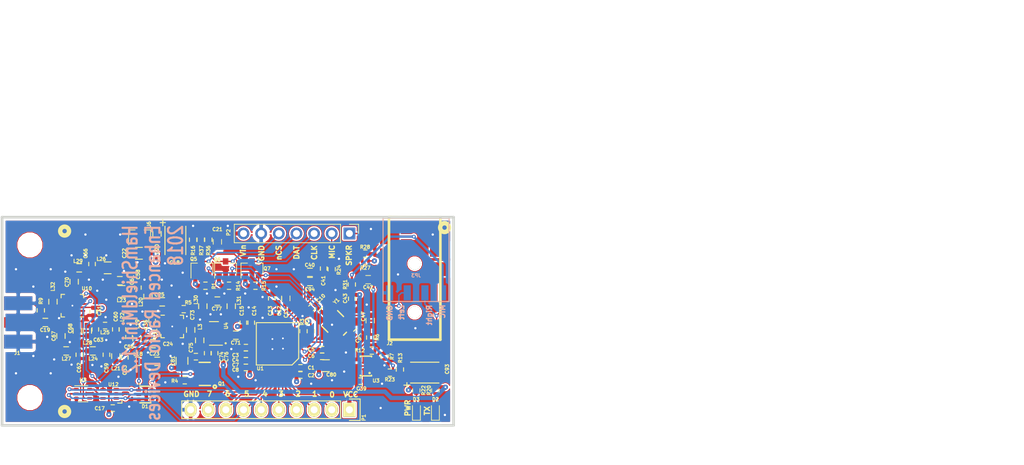
<source format=kicad_pcb>
(kicad_pcb (version 20171130) (host pcbnew "(5.0.0)")
  (layers (0 Front signal) (1 GND.Cu signal hide) (2 PWR.Cu signal) (31 Back signal) (34 B.Paste user) (35 F.Paste user) (36 B.SilkS user) (37 F.SilkS user) (38 B.Mask user) (39 F.Mask user) (44 Edge.Cuts user))
  (net 0 "")
  (net 1 GND)
  (net 2 VCC)
  (net 3 VTX)
  (net 4 "Net-(C93-Pad2)")
  (net 5 "Net-(J2-Pad2)")
  (net 6 "/RF Front End/RF_OUT")
  (net 7 "/User Interface/ARD_AUDIO_OUT")
  (net 8 /GPIO0)
  (net 9 /GPIO6)
  (net 10 /GPIO7)
  (net 11 "/User Interface/PWM_AUDIO_IN")
  (net 12 "/RF Front End/ANT")
  (net 13 "/RF Front End/70cm_IN")
  (net 14 "/RF Front End/2m_IN")
  (net 15 "Net-(C23-Pad2)")
  (net 16 "/RF Front End/1.2m_IN")
  (net 17 "Net-(C24-Pad2)")
  (net 18 "/RF Front End/70cm_OUT")
  (net 19 "/RF Front End/1.2m_OUT")
  (net 20 "/RF Front End/2m_OUT")
  (net 21 "/RF Front End/STAGE1_OUT")
  (net 22 "Net-(D1-Pad4)")
  (net 23 "Net-(Q1-Pad6)")
  (net 24 /GPIO1)
  (net 25 /GPIO2)
  (net 26 /GPIO3)
  (net 27 "Net-(C53-Pad1)")
  (net 28 "Net-(C56-Pad1)")
  (net 29 "Net-(C58-Pad1)")
  (net 30 "Net-(C59-Pad1)")
  (net 31 "Net-(C60-Pad1)")
  (net 32 "Net-(C61-Pad1)")
  (net 33 "Net-(C62-Pad1)")
  (net 34 "Net-(C63-Pad1)")
  (net 35 "Net-(C66-Pad1)")
  (net 36 "Net-(C67-Pad2)")
  (net 37 "Net-(C68-Pad2)")
  (net 38 /MIC_IN)
  (net 39 /AFOUT)
  (net 40 /RFin)
  (net 41 /GPIO4)
  (net 42 /GPIO5)
  (net 43 "Net-(D2-Pad2)")
  (net 44 "Net-(D3-Pad2)")
  (net 45 /MODE)
  (net 46 /Y1)
  (net 47 "Net-(P2-Pad3)")
  (net 48 "Net-(P2-Pad4)")
  (net 49 "Net-(P2-Pad5)")
  (net 50 VIN)
  (net 51 "Net-(C9-Pad2)")
  (net 52 "Net-(C10-Pad2)")
  (net 53 "Net-(C11-Pad2)")
  (net 54 "Net-(C19-Pad1)")
  (net 55 "Net-(C25-Pad1)")
  (net 56 "Net-(C40-Pad1)")
  (net 57 "Net-(C42-Pad2)")
  (net 58 "Net-(C47-Pad1)")
  (net 59 "Net-(C70-Pad1)")
  (net 60 "Net-(C71-Pad2)")
  (net 61 "Net-(C73-Pad1)")
  (net 62 "Net-(C77-Pad1)")
  (net 63 "Net-(C94-Pad1)")
  (net 64 "Net-(R13-Pad2)")
  (net 65 "Net-(R12-Pad1)")
  (net 66 "Net-(R23-Pad2)")
  (net 67 "Net-(R5-Pad1)")
  (net 68 "/RF Front End/V1xorV2")
  (net 69 /nCS)
  (net 70 /DAT)
  (net 71 /CLK)
  (module mogar_modules_new:Via_D0.8382_Drill0.331 (layer Front) (at 86 141.3)
    (fp_text reference REF** hide)
    (fp_text value Via_D0.8382_Drill0.331 hide)
    (pad 1 thru_hole circle (at 0 0) (size 0.8382 0.8382) (drill 0.331) (layers *.Cu) (net 1 GND))
  )
  (module mogar_modules_new:Via_D0.8382_Drill0.331 (layer Front) (at 81.2 134.55)
    (fp_text reference REF** hide)
    (fp_text value Via_D0.8382_Drill0.331 hide)
    (pad 1 thru_hole circle (at 0 0) (size 0.8382 0.8382) (drill 0.331) (layers *.Cu) (net 1 GND))
  )
  (module mogar_modules_new:Via_D0.8382_Drill0.331 (layer Front) (at 82.1 127.85)
    (fp_text reference REF** hide)
    (fp_text value Via_D0.8382_Drill0.331 hide)
    (pad 1 thru_hole circle (at 0 0) (size 0.8382 0.8382) (drill 0.331) (layers *.Cu) (net 1 GND))
  )
  (module Housings_DFN_QFN:QFN-16-1EP_3x3mm_Pitch0.5mm (layer Front) (at 97.5 135.75)
    (fp_text reference U11 (at -2.45 1 90) (layer F.SilkS) (effects (font (size 0.5 0.5) (thickness 0.125))))
    (fp_text value PE42440)
    (pad 1 smd oval (at -1.475 -0.75) (size 0.75 0.3) (layers Front F.Paste F.Mask) (net 1 GND))
    (pad 2 smd oval (at -1.475 -0.25) (size 0.75 0.3) (layers Front F.Paste F.Mask) (net 2 VCC))
    (pad 3 smd oval (at -1.475 0.25) (size 0.75 0.3) (layers Front F.Paste F.Mask) (net 68 "/RF Front End/V1xorV2"))
    (pad 4 smd oval (at -1.475 0.75) (size 0.75 0.3) (layers Front F.Paste F.Mask) (net 41 /GPIO4))
    (pad 5 smd oval (at -0.75 1.475 90) (size 0.75 0.3) (layers Front F.Paste F.Mask) (net 1 GND))
    (pad 6 smd oval (at -0.25 1.475 90) (size 0.75 0.3) (layers Front F.Paste F.Mask) (net 16 "/RF Front End/1.2m_IN"))
    (pad 7 smd oval (at 0.25 1.475 90) (size 0.75 0.3) (layers Front F.Paste F.Mask) (net 1 GND))
    (pad 8 smd oval (at 0.75 1.475 90) (size 0.75 0.3) (layers Front F.Paste F.Mask) (net 13 "/RF Front End/70cm_IN"))
    (pad 9 smd oval (at 1.475 0.75) (size 0.75 0.3) (layers Front F.Paste F.Mask) (net 1 GND))
    (pad 10 smd oval (at 1.475 0.25) (size 0.75 0.3) (layers Front F.Paste F.Mask) (net 1 GND))
    (pad 11 smd oval (at 1.475 -0.25) (size 0.75 0.3) (layers Front F.Paste F.Mask) (net 21 "/RF Front End/STAGE1_OUT"))
    (pad 12 smd oval (at 1.475 -0.75) (size 0.75 0.3) (layers Front F.Paste F.Mask))
    (pad 13 smd oval (at 0.75 -1.475 90) (size 0.75 0.3) (layers Front F.Paste F.Mask) (net 67 "Net-(R5-Pad1)"))
    (pad 14 smd oval (at 0.25 -1.475 90) (size 0.75 0.3) (layers Front F.Paste F.Mask) (net 1 GND))
    (pad 15 smd oval (at -0.25 -1.475 90) (size 0.75 0.3) (layers Front F.Paste F.Mask) (net 14 "/RF Front End/2m_IN"))
    (pad 16 smd oval (at -0.75 -1.475 90) (size 0.75 0.3) (layers Front F.Paste F.Mask) (net 1 GND))
    (pad 17 smd rect (at 0.45 0.45) (size 0.9 0.9) (layers Front F.Paste F.Mask) (net 1 GND))
    (pad 17 smd rect (at 0.45 -0.45) (size 0.9 0.9) (layers Front F.Paste F.Mask) (net 1 GND))
    (pad 17 smd rect (at -0.45 0.45) (size 0.9 0.9) (layers Front F.Paste F.Mask) (net 1 GND))
    (pad 17 smd rect (at -0.45 -0.45) (size 0.9 0.9) (layers Front F.Paste F.Mask) (net 1 GND))
  )
  (module mogar_modules_new:Via_D0.8382_Drill0.331 (layer Front) (at 95.1 126.45)
    (fp_text reference REF** hide)
    (fp_text value Via_D0.8382_Drill0.331 hide)
    (pad 1 thru_hole circle (at 0 0) (size 0.8382 0.8382) (drill 0.331) (layers *.Cu) (net 2 VCC))
  )
  (module mogar_modules_new:Via_D0.8382_Drill0.331 (layer Front) (at 95.1 125.3)
    (fp_text reference REF** hide)
    (fp_text value Via_D0.8382_Drill0.331 hide)
    (pad 1 thru_hole circle (at 0 0) (size 0.8382 0.8382) (drill 0.331) (layers *.Cu) (net 2 VCC))
  )
  (module mogar_modules_new:Via_D0.8382_Drill0.331 (layer Front) (at 91.3 147.3)
    (fp_text reference REF** hide)
    (fp_text value Via_D0.8382_Drill0.331 hide)
    (pad 1 thru_hole circle (at 0 0) (size 0.8382 0.8382) (drill 0.331) (layers *.Cu) (net 1 GND))
  )
  (module mogar_modules_new:Via_D0.8382_Drill0.331 (layer Front) (at 127.7 144)
    (fp_text reference REF** hide)
    (fp_text value Via_D0.8382_Drill0.331 hide)
    (pad 1 thru_hole circle (at 0 0) (size 0.8382 0.8382) (drill 0.331) (layers *.Cu) (net 1 GND))
  )
  (module mogar_modules_new:Via_D0.8382_Drill0.331 (layer Front) (at 128.05 141.35)
    (fp_text reference REF** hide)
    (fp_text value Via_D0.8382_Drill0.331 hide)
    (pad 1 thru_hole circle (at 0 0) (size 0.8382 0.8382) (drill 0.331) (layers *.Cu) (net 1 GND))
  )
  (module mogar_modules_new:Via_D0.8382_Drill0.331 (layer Front) (at 122.25 142.25)
    (fp_text reference REF** hide)
    (fp_text value Via_D0.8382_Drill0.331 hide)
    (pad 1 thru_hole circle (at 0 0) (size 0.8382 0.8382) (drill 0.331) (layers *.Cu) (net 1 GND))
  )
  (module mogar_modules_new:Via_D0.8382_Drill0.331 (layer Front) (at 117.5 144)
    (fp_text reference REF** hide)
    (fp_text value Via_D0.8382_Drill0.331 hide)
    (pad 1 thru_hole circle (at 0 0) (size 0.8382 0.8382) (drill 0.331) (layers *.Cu) (net 1 GND))
  )
  (module mogar_modules_new:Via_D0.8382_Drill0.331 (layer Front) (at 116.25 134.25)
    (fp_text reference REF** hide)
    (fp_text value Via_D0.8382_Drill0.331 hide)
    (pad 1 thru_hole circle (at 0 0) (size 0.8382 0.8382) (drill 0.331) (layers *.Cu) (net 1 GND))
  )
  (module mogar_modules_new:Via_D0.8382_Drill0.331 (layer Front) (at 130 128.25)
    (fp_text reference REF** hide)
    (fp_text value Via_D0.8382_Drill0.331 hide)
    (pad 1 thru_hole circle (at 0 0) (size 0.8382 0.8382) (drill 0.331) (layers *.Cu) (net 1 GND))
  )
  (module mogar_modules_new:Via_D0.8382_Drill0.331 (layer Front) (at 136.75 148.5)
    (fp_text reference REF** hide)
    (fp_text value Via_D0.8382_Drill0.331 hide)
    (pad 1 thru_hole circle (at 0 0) (size 0.8382 0.8382) (drill 0.331) (layers *.Cu) (net 1 GND))
  )
  (module mogar_modules_new:Via_D0.8382_Drill0.331 (layer Front) (at 100.5 121.25)
    (fp_text reference REF** hide)
    (fp_text value Via_D0.8382_Drill0.331 hide)
    (pad 1 thru_hole circle (at 0 0) (size 0.8382 0.8382) (drill 0.331) (layers *.Cu) (net 1 GND))
  )
  (module mogar_modules_new:Via_D0.8382_Drill0.331 (layer Front) (at 105.5 121.25)
    (fp_text reference REF** hide)
    (fp_text value Via_D0.8382_Drill0.331 hide)
    (pad 1 thru_hole circle (at 0 0) (size 0.8382 0.8382) (drill 0.331) (layers *.Cu) (net 1 GND))
  )
  (module mogar_modules_new:Via_D0.8382_Drill0.331 (layer Front) (at 95.45 133.5)
    (fp_text reference REF** hide)
    (fp_text value Via_D0.8382_Drill0.331 hide)
    (pad 1 thru_hole circle (at 0 0) (size 0.8382 0.8382) (drill 0.331) (layers *.Cu) (net 1 GND))
  )
  (module mogar_modules_new:Via_D0.8382_Drill0.331 (layer Front) (at 97.4 129.85)
    (fp_text reference REF** hide)
    (fp_text value Via_D0.8382_Drill0.331 hide)
    (pad 1 thru_hole circle (at 0 0) (size 0.8382 0.8382) (drill 0.331) (layers *.Cu) (net 1 GND))
  )
  (module mogar_modules_new:Via_D0.8382_Drill0.331 (layer Front) (at 101.5 134.75)
    (fp_text reference REF** hide)
    (fp_text value Via_D0.8382_Drill0.331 hide)
    (pad 1 thru_hole circle (at 0 0) (size 0.8382 0.8382) (drill 0.331) (layers *.Cu) (net 1 GND))
  )
  (module mogar_modules_new:Via_D0.8382_Drill0.331 (layer Front) (at 99 138.25)
    (fp_text reference REF** hide)
    (fp_text value Via_D0.8382_Drill0.331 hide)
    (pad 1 thru_hole circle (at 0 0) (size 0.8382 0.8382) (drill 0.331) (layers *.Cu) (net 1 GND))
  )
  (module mogar_modules_new:Via_D0.8382_Drill0.331 (layer Front) (at 97.25 140)
    (fp_text reference REF** hide)
    (fp_text value Via_D0.8382_Drill0.331 hide)
    (pad 1 thru_hole circle (at 0 0) (size 0.8382 0.8382) (drill 0.331) (layers *.Cu) (net 1 GND))
  )
  (module mogar_modules_new:Via_D0.8382_Drill0.331 (layer Front) (at 94.25 142)
    (fp_text reference REF** hide)
    (fp_text value Via_D0.8382_Drill0.331 hide)
    (pad 1 thru_hole circle (at 0 0) (size 0.8382 0.8382) (drill 0.331) (layers *.Cu) (net 1 GND))
  )
  (module mogar_modules_new:Via_D0.8382_Drill0.331 (layer Front) (at 89.75 143)
    (fp_text reference REF** hide)
    (fp_text value Via_D0.8382_Drill0.331 hide)
    (pad 1 thru_hole circle (at 0 0) (size 0.8382 0.8382) (drill 0.331) (layers *.Cu) (net 1 GND))
  )
  (module mogar_modules_new:Via_D0.8382_Drill0.331 (layer Front) (at 91.5 142)
    (fp_text reference REF** hide)
    (fp_text value Via_D0.8382_Drill0.331 hide)
    (pad 1 thru_hole circle (at 0 0) (size 0.8382 0.8382) (drill 0.331) (layers *.Cu) (net 1 GND))
  )
  (module mogar_modules_new:Via_D0.8382_Drill0.331 (layer Front) (at 93.2 133.6)
    (fp_text reference REF** hide)
    (fp_text value Via_D0.8382_Drill0.331 hide)
    (pad 1 thru_hole circle (at 0 0) (size 0.8382 0.8382) (drill 0.331) (layers *.Cu) (net 1 GND))
  )
  (module mogar_modules_new:Via_D0.8382_Drill0.331 (layer Front) (at 87.9 134.4)
    (fp_text reference REF** hide)
    (fp_text value Via_D0.8382_Drill0.331 hide)
    (pad 1 thru_hole circle (at 0 0) (size 0.8382 0.8382) (drill 0.331) (layers *.Cu) (net 1 GND))
  )
  (module mogar_modules_new:Via_D0.8382_Drill0.331 (layer Front) (at 91.5 135.5)
    (fp_text reference REF** hide)
    (fp_text value Via_D0.8382_Drill0.331 hide)
    (pad 1 thru_hole circle (at 0 0) (size 0.8382 0.8382) (drill 0.331) (layers *.Cu) (net 1 GND))
  )
  (module mogar_modules_new:Via_D0.8382_Drill0.331 (layer Front) (at 94 139.5)
    (fp_text reference REF** hide)
    (fp_text value Via_D0.8382_Drill0.331 hide)
    (pad 1 thru_hole circle (at 0 0) (size 0.8382 0.8382) (drill 0.331) (layers *.Cu) (net 1 GND))
  )
  (module mogar_modules_new:Via_D0.8382_Drill0.331 (layer Front) (at 83 141.25)
    (fp_text reference REF** hide)
    (fp_text value Via_D0.8382_Drill0.331 hide)
    (pad 1 thru_hole circle (at 0 0) (size 0.8382 0.8382) (drill 0.331) (layers *.Cu) (net 1 GND))
  )
  (module mogar_modules_new:Via_D0.8382_Drill0.331 (layer Front) (at 80.5 140.5)
    (fp_text reference REF** hide)
    (fp_text value Via_D0.8382_Drill0.331 hide)
    (pad 1 thru_hole circle (at 0 0) (size 0.8382 0.8382) (drill 0.331) (layers *.Cu) (net 1 GND))
  )
  (module mogar_modules_new:Via_D0.8382_Drill0.331 (layer Front) (at 79.5 137.25)
    (fp_text reference REF** hide)
    (fp_text value Via_D0.8382_Drill0.331 hide)
    (pad 1 thru_hole circle (at 0 0) (size 0.8382 0.8382) (drill 0.331) (layers *.Cu) (net 1 GND))
  )
  (module mogar_modules_new:Via_D0.8382_Drill0.331 (layer Front) (at 90 138)
    (fp_text reference REF** hide)
    (fp_text value Via_D0.8382_Drill0.331 hide)
    (pad 1 thru_hole circle (at 0 0) (size 0.8382 0.8382) (drill 0.331) (layers *.Cu) (net 1 GND))
  )
  (module mogar_modules_new:Via_D0.8382_Drill0.331 (layer Front) (at 82.75 138)
    (fp_text reference REF** hide)
    (fp_text value Via_D0.8382_Drill0.331 hide)
    (pad 1 thru_hole circle (at 0 0) (size 0.8382 0.8382) (drill 0.331) (layers *.Cu) (net 1 GND))
  )
  (module mogar_modules_new:Via_D0.8382_Drill0.331 (layer Front) (at 87.3 141.5)
    (fp_text reference REF** hide)
    (fp_text value Via_D0.8382_Drill0.331 hide)
    (pad 1 thru_hole circle (at 0 0) (size 0.8382 0.8382) (drill 0.331) (layers *.Cu) (net 1 GND))
  )
  (module mogar_modules_new:Via_D0.8382_Drill0.331 (layer Front) (at 107 143)
    (fp_text reference REF** hide)
    (fp_text value Via_D0.8382_Drill0.331 hide)
    (pad 1 thru_hole circle (at 0 0) (size 0.8382 0.8382) (drill 0.331) (layers *.Cu) (net 1 GND))
  )
  (module mogar_modules_new:Via_D0.8382_Drill0.331 (layer Front) (at 109.5 143.5)
    (fp_text reference REF** hide)
    (fp_text value Via_D0.8382_Drill0.331 hide)
    (pad 1 thru_hole circle (at 0 0) (size 0.8382 0.8382) (drill 0.331) (layers *.Cu) (net 1 GND))
  )
  (module mogar_modules_new:Via_D0.8382_Drill0.331 (layer Front) (at 106 139)
    (fp_text reference REF** hide)
    (fp_text value Via_D0.8382_Drill0.331 hide)
    (pad 1 thru_hole circle (at 0 0) (size 0.8382 0.8382) (drill 0.331) (layers *.Cu) (net 1 GND))
  )
  (module mogar_modules_new:Via_D0.8382_Drill0.331 (layer Front) (at 112.5 130)
    (fp_text reference REF** hide)
    (fp_text value Via_D0.8382_Drill0.331 hide)
    (pad 1 thru_hole circle (at 0 0) (size 0.8382 0.8382) (drill 0.331) (layers *.Cu) (net 1 GND))
  )
  (module mogar_modules_new:Via_D0.8382_Drill0.331 (layer Front) (at 121 130.5)
    (fp_text reference REF** hide)
    (fp_text value Via_D0.8382_Drill0.331 hide)
    (pad 1 thru_hole circle (at 0 0) (size 0.8382 0.8382) (drill 0.331) (layers *.Cu) (net 1 GND))
  )
  (module mogar_modules_new:Via_D0.8382_Drill0.331 (layer Front) (at 121.5 126)
    (fp_text reference REF** hide)
    (fp_text value Via_D0.8382_Drill0.331 hide)
    (pad 1 thru_hole circle (at 0 0) (size 0.8382 0.8382) (drill 0.331) (layers *.Cu) (net 1 GND))
  )
  (module mogar_modules_new:Via_D0.8382_Drill0.331 (layer Front) (at 115 127.5)
    (fp_text reference REF** hide)
    (fp_text value Via_D0.8382_Drill0.331 hide)
    (pad 1 thru_hole circle (at 0 0) (size 0.8382 0.8382) (drill 0.331) (layers *.Cu) (net 1 GND))
  )
  (module mogar_modules_new:Via_D0.8382_Drill0.331 (layer Front) (at 112.5 127.5)
    (fp_text reference REF** hide)
    (fp_text value Via_D0.8382_Drill0.331 hide)
    (pad 1 thru_hole circle (at 0 0) (size 0.8382 0.8382) (drill 0.331) (layers *.Cu) (net 1 GND))
  )
  (module mogar_modules_new:Via_D0.8382_Drill0.331 (layer Front) (at 88 137.7)
    (fp_text reference REF** hide)
    (fp_text value Via_D0.8382_Drill0.331 hide)
    (pad 1 thru_hole circle (at 0 0) (size 0.8382 0.8382) (drill 0.331) (layers *.Cu) (net 1 GND))
  )
  (module mogar_modules_new:Via_D0.8382_Drill0.331 (layer Front) (at 91.7 132.5)
    (fp_text reference REF** hide)
    (fp_text value Via_D0.8382_Drill0.331 hide)
    (pad 1 thru_hole circle (at 0 0) (size 0.8382 0.8382) (drill 0.331) (layers *.Cu) (net 1 GND))
  )
  (module mogar_modules_new:Via_D0.8382_Drill0.331 (layer Front) (at 88 131.9)
    (fp_text reference REF** hide)
    (fp_text value Via_D0.8382_Drill0.331 hide)
    (pad 1 thru_hole circle (at 0 0) (size 0.8382 0.8382) (drill 0.331) (layers *.Cu) (net 1 GND))
  )
  (module mogar_modules_new:Via_D0.8382_Drill0.331 (layer Front) (at 85.5 129)
    (fp_text reference REF** hide)
    (fp_text value Via_D0.8382_Drill0.331 hide)
    (pad 1 thru_hole circle (at 0 0) (size 0.8382 0.8382) (drill 0.331) (layers *.Cu) (net 1 GND))
  )
  (module mogar_modules_new:Via_D0.8382_Drill0.331 (layer Front) (at 87.5 129)
    (fp_text reference REF** hide)
    (fp_text value Via_D0.8382_Drill0.331 hide)
    (pad 1 thru_hole circle (at 0 0) (size 0.8382 0.8382) (drill 0.331) (layers *.Cu) (net 1 GND))
  )
  (module mogar_modules_new:Via_D0.8382_Drill0.331 (layer Front) (at 86.7 130.6)
    (fp_text reference REF** hide)
    (fp_text value Via_D0.8382_Drill0.331 hide)
    (pad 1 thru_hole circle (at 0 0) (size 0.8382 0.8382) (drill 0.331) (layers *.Cu) (net 1 GND))
  )
  (module mogar_modules_new:Via_D0.8382_Drill0.331 (layer Front) (at 85 125.5)
    (fp_text reference REF** hide)
    (fp_text value Via_D0.8382_Drill0.331 hide)
    (pad 1 thru_hole circle (at 0 0) (size 0.8382 0.8382) (drill 0.331) (layers *.Cu) (net 1 GND))
  )
  (module mogar_modules_new:Via_D0.8382_Drill0.331 (layer Front) (at 83 125.5)
    (fp_text reference REF** hide)
    (fp_text value Via_D0.8382_Drill0.331 hide)
    (pad 1 thru_hole circle (at 0 0) (size 0.8382 0.8382) (drill 0.331) (layers *.Cu) (net 1 GND))
  )
  (module mogar_modules_new:Via_D0.8382_Drill0.331 (layer Front) (at 88 125.5)
    (fp_text reference REF** hide)
    (fp_text value Via_D0.8382_Drill0.331 hide)
    (pad 1 thru_hole circle (at 0 0) (size 0.8382 0.8382) (drill 0.331) (layers *.Cu) (net 1 GND))
  )
  (module mogar_modules_new:Via_D0.8382_Drill0.331 (layer Front) (at 90.55 127.75)
    (fp_text reference REF** hide)
    (fp_text value Via_D0.8382_Drill0.331 hide)
    (pad 1 thru_hole circle (at 0 0) (size 0.8382 0.8382) (drill 0.331) (layers *.Cu) (net 1 GND))
  )
  (module mogar_modules_new:Via_D0.8382_Drill0.331 (layer Front) (at 92.5 126.5)
    (fp_text reference REF** hide)
    (fp_text value Via_D0.8382_Drill0.331 hide)
    (pad 1 thru_hole circle (at 0 0) (size 0.8382 0.8382) (drill 0.331) (layers *.Cu) (net 1 GND))
  )
  (module mogar_modules_new:Via_D0.8382_Drill0.331 (layer Front) (at 93.5 129)
    (fp_text reference REF** hide)
    (fp_text value Via_D0.8382_Drill0.331 hide)
    (pad 1 thru_hole circle (at 0 0) (size 0.8382 0.8382) (drill 0.331) (layers *.Cu) (net 1 GND))
  )
  (module mogar_modules_new:Via_D0.8382_Drill0.331 (layer Front) (at 99 128)
    (fp_text reference REF** hide)
    (fp_text value Via_D0.8382_Drill0.331 hide)
    (pad 1 thru_hole circle (at 0 0) (size 0.8382 0.8382) (drill 0.331) (layers *.Cu) (net 1 GND))
  )
  (module mogar_modules_new:Via_D0.8382_Drill0.331 (layer Front) (at 96 129)
    (fp_text reference REF** hide)
    (fp_text value Via_D0.8382_Drill0.331 hide)
    (pad 1 thru_hole circle (at 0 0) (size 0.8382 0.8382) (drill 0.331) (layers *.Cu) (net 1 GND))
  )
  (module mogar_modules_new:Via_D0.8382_Drill0.331 (layer Front) (at 96.45 126.65)
    (fp_text reference REF** hide)
    (fp_text value Via_D0.8382_Drill0.331 hide)
    (pad 1 thru_hole circle (at 0 0) (size 0.8382 0.8382) (drill 0.331) (layers *.Cu) (net 1 GND))
  )
  (module mogar_modules_new:Via_D0.8382_Drill0.331 (layer Front) (at 98.5 131.5)
    (fp_text reference REF** hide)
    (fp_text value Via_D0.8382_Drill0.331 hide)
    (pad 1 thru_hole circle (at 0 0) (size 0.8382 0.8382) (drill 0.331) (layers *.Cu) (net 1 GND))
  )
  (module mogar_modules_new:Via_D0.8382_Drill0.331 (layer Front) (at 105 131)
    (fp_text reference REF** hide)
    (fp_text value Via_D0.8382_Drill0.331 hide)
    (pad 1 thru_hole circle (at 0 0) (size 0.8382 0.8382) (drill 0.331) (layers *.Cu) (net 1 GND))
  )
  (module mogar_modules_new:Via_D0.8382_Drill0.331 (layer Front) (at 102.5 131)
    (fp_text reference REF** hide)
    (fp_text value Via_D0.8382_Drill0.331 hide)
    (pad 1 thru_hole circle (at 0 0) (size 0.8382 0.8382) (drill 0.331) (layers *.Cu) (net 1 GND))
  )
  (module mogar_modules_new:Via_D0.8382_Drill0.331 (layer Front) (at 103 134)
    (fp_text reference REF** hide)
    (fp_text value Via_D0.8382_Drill0.331 hide)
    (pad 1 thru_hole circle (at 0 0) (size 0.8382 0.8382) (drill 0.331) (layers *.Cu) (net 1 GND))
  )
  (module mogar_modules_new:Via_D0.8382_Drill0.331 (layer Front) (at 104.5 134)
    (fp_text reference REF** hide)
    (fp_text value Via_D0.8382_Drill0.331 hide)
    (pad 1 thru_hole circle (at 0 0) (size 0.8382 0.8382) (drill 0.331) (layers *.Cu) (net 1 GND))
  )
  (module mogar_modules_new:Via_D0.8382_Drill0.331 (layer Front) (at 108.5 133)
    (fp_text reference REF** hide)
    (fp_text value Via_D0.8382_Drill0.331 hide)
    (pad 1 thru_hole circle (at 0 0) (size 0.8382 0.8382) (drill 0.331) (layers *.Cu) (net 1 GND))
  )
  (module mogar_modules_new:Via_D0.8382_Drill0.331 (layer Front) (at 108 131)
    (fp_text reference REF** hide)
    (fp_text value Via_D0.8382_Drill0.331 hide)
    (pad 1 thru_hole circle (at 0 0) (size 0.8382 0.8382) (drill 0.331) (layers *.Cu) (net 1 GND))
  )
  (module mogar_modules_new:Via_D0.8382_Drill0.331 (layer Front) (at 110.5 131.5)
    (fp_text reference REF** hide)
    (fp_text value Via_D0.8382_Drill0.331 hide)
    (pad 1 thru_hole circle (at 0 0) (size 0.8382 0.8382) (drill 0.331) (layers *.Cu) (net 1 GND))
  )
  (module mogar_modules_new:Via_D0.8382_Drill0.331 (layer Front) (at 110.5 134.5)
    (fp_text reference REF** hide)
    (fp_text value Via_D0.8382_Drill0.331 hide)
    (pad 1 thru_hole circle (at 0 0) (size 0.8382 0.8382) (drill 0.331) (layers *.Cu) (net 1 GND))
  )
  (module mogar_modules_new:Via_D0.8382_Drill0.331 (layer Front) (at 120.5 135.5)
    (fp_text reference REF** hide)
    (fp_text value Via_D0.8382_Drill0.331 hide)
    (pad 1 thru_hole circle (at 0 0) (size 0.8382 0.8382) (drill 0.331) (layers *.Cu) (net 1 GND))
  )
  (module mogar_modules_new:Via_D0.8382_Drill0.331 (layer Front) (at 120.5 143.5)
    (fp_text reference REF** hide)
    (fp_text value Via_D0.8382_Drill0.331 hide)
    (pad 1 thru_hole circle (at 0 0) (size 0.8382 0.8382) (drill 0.331) (layers *.Cu) (net 1 GND))
  )
  (module mogar_modules_new:Via_D0.8382_Drill0.331 (layer Front) (at 122.5 139.5)
    (fp_text reference REF** hide)
    (fp_text value Via_D0.8382_Drill0.331 hide)
    (pad 1 thru_hole circle (at 0 0) (size 0.8382 0.8382) (drill 0.331) (layers *.Cu) (net 1 GND))
  )
  (module mogar_modules_new:Via_D0.8382_Drill0.331 (layer Front) (at 132.5 136)
    (fp_text reference REF** hide)
    (fp_text value Via_D0.8382_Drill0.331 hide)
    (pad 1 thru_hole circle (at 0 0) (size 0.8382 0.8382) (drill 0.331) (layers *.Cu) (net 1 GND))
  )
  (module mogar_modules_new:Via_D0.8382_Drill0.331 (layer Front) (at 127.5 147.5)
    (fp_text reference REF** hide)
    (fp_text value Via_D0.8382_Drill0.331 hide)
    (pad 1 thru_hole circle (at 0 0) (size 0.8382 0.8382) (drill 0.331) (layers *.Cu) (net 1 GND))
  )
  (module mogar_modules_new:Via_D0.8382_Drill0.331 (layer Front) (at 135 122.5)
    (fp_text reference REF** hide)
    (fp_text value Via_D0.8382_Drill0.331 hide)
    (pad 1 thru_hole circle (at 0 0) (size 0.8382 0.8382) (drill 0.331) (layers *.Cu) (net 1 GND))
  )
  (module mogar_modules_new:Via_D0.8382_Drill0.331 (layer Front) (at 77.5 140)
    (fp_text reference REF** hide)
    (fp_text value Via_D0.8382_Drill0.331 hide)
    (pad 1 thru_hole circle (at 0 0) (size 0.8382 0.8382) (drill 0.331) (layers *.Cu) (net 1 GND))
  )
  (module mogar_modules_new:Via_D0.8382_Drill0.331 (layer Front) (at 77.5 130)
    (fp_text reference REF** hide)
    (fp_text value Via_D0.8382_Drill0.331 hide)
    (pad 1 thru_hole circle (at 0 0) (size 0.8382 0.8382) (drill 0.331) (layers *.Cu) (net 1 GND))
  )
  (module mogar_modules_new:Via_D0.8382_Drill0.331 (layer Front) (at 90 122.5)
    (fp_text reference REF** hide)
    (fp_text value Via_D0.8382_Drill0.331 hide)
    (pad 1 thru_hole circle (at 0 0) (size 0.8382 0.8382) (drill 0.331) (layers *.Cu) (net 1 GND))
  )
  (module mogar_modules_new:Via_D0.8382_Drill0.331 (layer Front) (at 85 122.5)
    (fp_text reference REF** hide)
    (fp_text value Via_D0.8382_Drill0.331 hide)
    (pad 1 thru_hole circle (at 0 0) (size 0.8382 0.8382) (drill 0.331) (layers *.Cu) (net 1 GND))
  )
  (module mogar_modules_new:Via_D0.8382_Drill0.331 (layer Front) (at 80 127.5)
    (fp_text reference REF** hide)
    (fp_text value Via_D0.8382_Drill0.331 hide)
    (pad 1 thru_hole circle (at 0 0) (size 0.8382 0.8382) (drill 0.331) (layers *.Cu) (net 1 GND))
  )
  (module mogar_modules_new:Via_D0.8382_Drill0.331 (layer Front) (at 80 142.5)
    (fp_text reference REF** hide)
    (fp_text value Via_D0.8382_Drill0.331 hide)
    (pad 1 thru_hole circle (at 0 0) (size 0.8382 0.8382) (drill 0.331) (layers *.Cu) (net 1 GND))
  )
  (module mogar_modules_new:Via_D0.8382_Drill0.331 (layer Front) (at 126.1 121.7)
    (fp_text reference REF** hide)
    (fp_text value Via_D0.8382_Drill0.331 hide)
    (pad 1 thru_hole circle (at 0 0) (size 0.8382 0.8382) (drill 0.331) (layers *.Cu) (net 1 GND))
  )
  (module mogar_modules_new:Via_D0.8382_Drill0.331 (layer Front) (at 125.5 132.6)
    (fp_text reference REF** hide)
    (fp_text value Via_D0.8382_Drill0.331 hide)
    (pad 1 thru_hole circle (at 0 0) (size 0.8382 0.8382) (drill 0.331) (layers *.Cu) (net 1 GND))
  )
  (module mogar_modules_new:Via_D0.8382_Drill0.331 (layer Front) (at 75 127.5)
    (fp_text reference REF** hide)
    (fp_text value Via_D0.8382_Drill0.331 hide)
    (pad 1 thru_hole circle (at 0 0) (size 0.8382 0.8382) (drill 0.331) (layers *.Cu) (net 1 GND))
  )
  (module mogar_modules_new:Via_D0.8382_Drill0.331 (layer Front) (at 75 142.5)
    (fp_text reference REF** hide)
    (fp_text value Via_D0.8382_Drill0.331 hide)
    (pad 1 thru_hole circle (at 0 0) (size 0.8382 0.8382) (drill 0.331) (layers *.Cu) (net 1 GND))
  )
  (module Resistors_SMD:R_0402 (layer Front) (at 102.7 123.25 270)
    (fp_text reference R36 (at 1.55 0 90) (layer F.SilkS) (effects (font (size 0.5 0.5) (thickness 0.125))))
    (fp_text value 10k)
    (pad 1 smd rect (at -0.45 0 270) (size 0.4 0.6) (layers Front F.Paste F.Mask) (net 50 VIN))
    (pad 2 smd rect (at 0.45 0 270) (size 0.4 0.6) (layers Front F.Paste F.Mask) (net 47 "Net-(P2-Pad3)"))
  )
  (module Resistors_SMD:R_0402 (layer Front) (at 101.6 123.25 270)
    (fp_text reference R37 (at 1.55 -0.1 90) (layer F.SilkS) (effects (font (size 0.5 0.5) (thickness 0.125))))
    (fp_text value 10k)
    (pad 1 smd rect (at -0.45 0 270) (size 0.4 0.6) (layers Front F.Paste F.Mask) (net 50 VIN))
    (pad 2 smd rect (at 0.45 0 270) (size 0.4 0.6) (layers Front F.Paste F.Mask) (net 48 "Net-(P2-Pad4)"))
  )
  (module SparkFun:SparkFun-FIDUCIAL-1X2.5 (layer Front) (at 136.7 121.5 270)
    (fp_text reference FD1 hide)
    (fp_text value FIDUCIAL1X2.5 hide)
    (pad 1 smd circle (at 0 0 270) (size 0.99822 0.99822) (layers Front F.Paste F.Mask))
  )
  (module Resistors_SMD:R_0402 (layer Front) (at 102.275 129.875)
    (fp_text reference R1 (at 1.225 0.025 90) (layer F.SilkS) (effects (font (size 0.5 0.5) (thickness 0.125))))
    (fp_text value 10k)
    (pad 1 smd rect (at -0.45 0) (size 0.4 0.6) (layers Front F.Paste F.Mask) (net 2 VCC))
    (pad 2 smd rect (at 0.45 0) (size 0.4 0.6) (layers Front F.Paste F.Mask) (net 69 /nCS))
  )
  (module Resistors_SMD:R_0402 (layer Front) (at 105.675 129.875)
    (fp_text reference R14 (at 1.325 0.025 90) (layer F.SilkS) (effects (font (size 0.5 0.5) (thickness 0.125))))
    (fp_text value 10k)
    (pad 1 smd rect (at -0.45 0) (size 0.4 0.6) (layers Front F.Paste F.Mask) (net 2 VCC))
    (pad 2 smd rect (at 0.45 0) (size 0.4 0.6) (layers Front F.Paste F.Mask) (net 70 /DAT))
  )
  (module Resistors_SMD:R_0402 (layer Front) (at 109.475 129.875)
    (fp_text reference R15 (at 1.225 0.025 90) (layer F.SilkS) (effects (font (size 0.5 0.5) (thickness 0.125))))
    (fp_text value 10k)
    (pad 1 smd rect (at -0.45 0) (size 0.4 0.6) (layers Front F.Paste F.Mask) (net 2 VCC))
    (pad 2 smd rect (at 0.45 0) (size 0.4 0.6) (layers Front F.Paste F.Mask) (net 71 /CLK))
  )
  (module Resistors_SMD:R_0402 (layer Front) (at 100.5 123.25 270)
    (fp_text reference R16 (at 1.55 0 90) (layer F.SilkS) (effects (font (size 0.5 0.5) (thickness 0.125))))
    (fp_text value 10k)
    (pad 1 smd rect (at -0.45 0 270) (size 0.4 0.6) (layers Front F.Paste F.Mask) (net 50 VIN))
    (pad 2 smd rect (at 0.45 0 270) (size 0.4 0.6) (layers Front F.Paste F.Mask) (net 49 "Net-(P2-Pad5)"))
  )
  (module TO_SOT_Packages_SMD:SOT-23 (layer Front) (at 101.775 127.375 90)
    (fp_text reference Q5 (at 1.35 -1.2 180) (layer F.SilkS) (effects (font (size 0.5 0.5) (thickness 0.125))))
    (fp_text value BSS138)
    (pad 1 smd rect (at -1 -0.95 90) (size 0.9 0.8) (layers Front F.Paste F.Mask) (net 2 VCC))
    (pad 2 smd rect (at -1 0.95 90) (size 0.9 0.8) (layers Front F.Paste F.Mask) (net 69 /nCS))
    (pad 3 smd rect (at 1 0 90) (size 0.9 0.8) (layers Front F.Paste F.Mask) (net 49 "Net-(P2-Pad5)"))
  )
  (module TO_SOT_Packages_SMD:SOT-23 (layer Front) (at 105.175 127.375 90)
    (fp_text reference Q6 (at 1.25 -1.2 180) (layer F.SilkS) (effects (font (size 0.5 0.5) (thickness 0.125))))
    (fp_text value BSS138)
    (pad 1 smd rect (at -1 -0.95 90) (size 0.9 0.8) (layers Front F.Paste F.Mask) (net 2 VCC))
    (pad 2 smd rect (at -1 0.95 90) (size 0.9 0.8) (layers Front F.Paste F.Mask) (net 70 /DAT))
    (pad 3 smd rect (at 1 0 90) (size 0.9 0.8) (layers Front F.Paste F.Mask) (net 48 "Net-(P2-Pad4)"))
  )
  (module TO_SOT_Packages_SMD:SOT-23 (layer Front) (at 108.975 127.375 90)
    (fp_text reference Q7 (at -0.025 2.175 180) (layer F.SilkS) (effects (font (size 0.5 0.5) (thickness 0.125))))
    (fp_text value BSS138)
    (pad 1 smd rect (at -1 -0.95 90) (size 0.9 0.8) (layers Front F.Paste F.Mask) (net 2 VCC))
    (pad 2 smd rect (at -1 0.95 90) (size 0.9 0.8) (layers Front F.Paste F.Mask) (net 71 /CLK))
    (pad 3 smd rect (at 1 0 90) (size 0.9 0.8) (layers Front F.Paste F.Mask) (net 47 "Net-(P2-Pad3)"))
  )
  (module mogar_modules:SJ-43514-SMT-TR (layer Front) (at 132.4 122.2 270)
    (fp_text reference J2 (at 15.975 3.6) (layer F.SilkS) (effects (font (size 0.5 0.5) (thickness 0.125))))
    (fp_text value SJ-43514-SMT-TR hide)
    (pad 6 smd rect (at 2.5 -3.6 270) (size 2 2.8) (layers Front F.Paste F.Mask))
    (pad 3 smd rect (at 5.3 -3.6 270) (size 2 2.8) (layers Front F.Paste F.Mask) (net 4 "Net-(C93-Pad2)"))
    (pad 4 smd rect (at 3.4 3.6 270) (size 2.2 2.8) (layers Front F.Paste F.Mask) (net 1 GND))
    (pad 1 smd rect (at 0.6 3.6 270) (size 2.2 2.8) (layers Front F.Paste F.Mask) (net 63 "Net-(C94-Pad1)"))
    (pad 2 smd rect (at 12.8 3.6 270) (size 2.8 2.8) (layers Front F.Paste F.Mask) (net 5 "Net-(J2-Pad2)"))
    (pad 5 smd rect (at 16.9 -0.75 270) (size 2.8 2.8) (layers Front F.Paste F.Mask))
    (pad NC thru_hole circle (at 4.5 0 270) (size 1.7 1.7) (drill 1.7) (layers *.Cu *.Mask F.SilkS))
    (pad NC thru_hole circle (at 11.5 0 270) (size 1.7 1.7) (drill 1.7) (layers *.Cu *.Mask F.SilkS))
  )
  (module mogar_modules:QFN32-5x5 (layer Front) (at 112.65 138.25 180)
    (fp_text reference U1 (at 2.475 -3.55 180) (layer F.SilkS) (effects (font (size 0.5 0.5) (thickness 0.125))))
    (fp_text value AU1846 hide)
    (pad 31 smd rect (at -1.24968 -2.49936 180) (size 0.254 0.762) (layers Front F.Paste F.Mask) (net 24 /GPIO1))
    (pad 30 smd rect (at -0.7493 -2.49936 180) (size 0.254 0.762) (layers Front F.Paste F.Mask) (net 25 /GPIO2))
    (pad 29 smd rect (at -0.24892 -2.49936 180) (size 0.254 0.762) (layers Front F.Paste F.Mask) (net 26 /GPIO3))
    (pad 32 smd rect (at -1.75006 -2.49936 180) (size 0.254 0.762) (layers Front F.Paste F.Mask) (net 8 /GPIO0))
    (pad 1 smd rect (at -2.49936 -1.75006 270) (size 0.254 0.762) (layers Front F.Paste F.Mask) (net 2 VCC))
    (pad 2 smd rect (at -2.49936 -1.24968 270) (size 0.254 0.762) (layers Front F.Paste F.Mask) (net 71 /CLK))
    (pad 3 smd rect (at -2.49936 -0.7493 270) (size 0.254 0.762) (layers Front F.Paste F.Mask) (net 70 /DAT))
    (pad 4 smd rect (at -2.49936 -0.24892 270) (size 0.254 0.762) (layers Front F.Paste F.Mask) (net 2 VCC))
    (pad 5 smd rect (at -2.49936 0.24892 270) (size 0.254 0.762) (layers Front F.Paste F.Mask) (net 51 "Net-(C9-Pad2)"))
    (pad 6 smd rect (at -2.49936 0.7493 270) (size 0.254 0.762) (layers Front F.Paste F.Mask) (net 52 "Net-(C10-Pad2)"))
    (pad 7 smd rect (at -2.49936 1.24968 270) (size 0.254 0.762) (layers Front F.Paste F.Mask) (net 45 /MODE))
    (pad 8 smd rect (at -2.49936 1.75006 270) (size 0.254 0.762) (layers Front F.Paste F.Mask) (net 69 /nCS))
    (pad 16 smd rect (at 1.75006 2.49936 180) (size 0.254 0.762) (layers Front F.Paste F.Mask) (net 2 VCC))
    (pad 9 smd rect (at -1.75006 2.49936 180) (size 0.254 0.762) (layers Front F.Paste F.Mask) (net 39 /AFOUT))
    (pad 10 smd rect (at -1.24968 2.49936 180) (size 0.254 0.762) (layers Front F.Paste F.Mask))
    (pad 11 smd rect (at -0.7493 2.49936 180) (size 0.254 0.762) (layers Front F.Paste F.Mask) (net 38 /MIC_IN))
    (pad 12 smd rect (at -0.24892 2.49936 180) (size 0.254 0.762) (layers Front F.Paste F.Mask) (net 53 "Net-(C11-Pad2)"))
    (pad 13 smd rect (at 0.24892 2.49936 180) (size 0.254 0.762) (layers Front F.Paste F.Mask) (net 2 VCC))
    (pad 14 smd rect (at 0.7493 2.49936 180) (size 0.254 0.762) (layers Front F.Paste F.Mask))
    (pad 15 smd rect (at 1.24968 2.49936 180) (size 0.254 0.762) (layers Front F.Paste F.Mask) (net 40 /RFin))
    (pad 17 smd rect (at 2.49936 1.75006 270) (size 0.254 0.762) (layers Front F.Paste F.Mask))
    (pad 18 smd rect (at 2.49936 1.24968 270) (size 0.254 0.762) (layers Front F.Paste F.Mask) (net 6 "/RF Front End/RF_OUT"))
    (pad 19 smd rect (at 2.49936 0.7493 270) (size 0.254 0.762) (layers Front F.Paste F.Mask))
    (pad 20 smd rect (at 2.49936 0.24892 270) (size 0.254 0.762) (layers Front F.Paste F.Mask))
    (pad 21 smd rect (at 2.49936 -0.24892 270) (size 0.254 0.762) (layers Front F.Paste F.Mask) (net 2 VCC))
    (pad 22 smd rect (at 2.49936 -0.7493 270) (size 0.254 0.762) (layers Front F.Paste F.Mask))
    (pad 23 smd rect (at 2.49936 -1.24968 270) (size 0.254 0.762) (layers Front F.Paste F.Mask) (net 2 VCC))
    (pad 24 smd rect (at 2.49936 -1.75006 270) (size 0.254 0.762) (layers Front F.Paste F.Mask) (net 2 VCC))
    (pad 25 smd rect (at 1.75006 -2.49936 180) (size 0.254 0.762) (layers Front F.Paste F.Mask) (net 10 /GPIO7))
    (pad 26 smd rect (at 1.24968 -2.49936 180) (size 0.254 0.762) (layers Front F.Paste F.Mask) (net 9 /GPIO6))
    (pad 27 smd rect (at 0.7493 -2.49936 180) (size 0.254 0.762) (layers Front F.Paste F.Mask) (net 42 /GPIO5))
    (pad 28 smd rect (at 0.24892 -2.49936 180) (size 0.254 0.762) (layers Front F.Paste F.Mask) (net 41 /GPIO4))
    (pad 33 smd rect (at 0 0 180) (size 2.99974 2.99974) (layers Front F.Paste F.Mask) (net 1 GND))
  )
  (module mogar_modules_new:SOT23-6 (layer Front) (at 125.375 141.45 90)
    (fp_text reference U3 (at -2.11 1.46) (layer F.SilkS) (effects (font (size 0.5 0.5) (thickness 0.125))))
    (fp_text value AD8591 hide)
    (pad 3 smd rect (at 0.94996 1.29794 90) (size 0.54864 1.19888) (layers Front F.Paste F.Mask) (net 65 "Net-(R12-Pad1)"))
    (pad 2 smd rect (at 0 1.29794 90) (size 0.54864 1.19888) (layers Front F.Paste F.Mask) (net 1 GND))
    (pad 1 smd rect (at -0.94996 1.29794 90) (size 0.54864 1.19888) (layers Front F.Paste F.Mask) (net 66 "Net-(R23-Pad2)"))
    (pad 6 smd rect (at -0.94996 -1.29794 90) (size 0.54864 1.19888) (layers Front F.Paste F.Mask) (net 2 VCC))
    (pad 5 smd rect (at 0 -1.29794 90) (size 0.54864 1.19888) (layers Front F.Paste F.Mask) (net 2 VCC))
    (pad 4 smd rect (at 0.94996 -1.29794 90) (size 0.54864 1.19888) (layers Front F.Paste F.Mask) (net 64 "Net-(R13-Pad2)"))
  )
  (module Pin_Headers:Pin_Header_Straight_1x10 (layer Front) (at 123 147.75 270)
    (fp_text reference P1 (at 1.135 -2.075 90) (layer F.SilkS) (effects (font (size 0.5 0.5) (thickness 0.125))))
    (fp_text value Conn_01x10)
    (pad 1 thru_hole rect (at 0 0 270) (size 2.032 1.7272) (drill 1.016) (layers *.Cu *.Mask F.SilkS) (net 2 VCC))
    (pad 2 thru_hole oval (at 0 2.54 270) (size 2.032 1.7272) (drill 1.016) (layers *.Cu *.Mask F.SilkS) (net 8 /GPIO0))
    (pad 3 thru_hole oval (at 0 5.08 270) (size 2.032 1.7272) (drill 1.016) (layers *.Cu *.Mask F.SilkS) (net 24 /GPIO1))
    (pad 4 thru_hole oval (at 0 7.62 270) (size 2.032 1.7272) (drill 1.016) (layers *.Cu *.Mask F.SilkS) (net 25 /GPIO2))
    (pad 5 thru_hole oval (at 0 10.16 270) (size 2.032 1.7272) (drill 1.016) (layers *.Cu *.Mask F.SilkS) (net 26 /GPIO3))
    (pad 6 thru_hole oval (at 0 12.7 270) (size 2.032 1.7272) (drill 1.016) (layers *.Cu *.Mask F.SilkS) (net 41 /GPIO4))
    (pad 7 thru_hole oval (at 0 15.24 270) (size 2.032 1.7272) (drill 1.016) (layers *.Cu *.Mask F.SilkS) (net 42 /GPIO5))
    (pad 8 thru_hole oval (at 0 17.78 270) (size 2.032 1.7272) (drill 1.016) (layers *.Cu *.Mask F.SilkS) (net 9 /GPIO6))
    (pad 9 thru_hole oval (at 0 20.32 270) (size 2.032 1.7272) (drill 1.016) (layers *.Cu *.Mask F.SilkS) (net 10 /GPIO7))
    (pad 10 thru_hole oval (at 0 22.86 270) (size 2.032 1.7272) (drill 1.016) (layers *.Cu *.Mask F.SilkS) (net 1 GND))
  )
  (module Capacitors_SMD:C_0603 (layer Front) (at 95.3 122.4 270)
    (fp_text reference C20 (at 2.2 0 270) (layer F.SilkS) (effects (font (size 0.5 0.5) (thickness 0.125))))
    (fp_text value 4.7u)
    (pad 1 smd rect (at -0.75 0 270) (size 0.8 0.75) (layers Front F.Paste F.Mask) (net 50 VIN))
    (pad 2 smd rect (at 0.75 0 270) (size 0.8 0.75) (layers Front F.Paste F.Mask) (net 1 GND))
  )
  (module Capacitors_SMD:C_0402 (layer Front) (at 115.95 141.725 180)
    (fp_text reference C1 (at -1.55 0.025 180) (layer F.SilkS) (effects (font (size 0.5 0.5) (thickness 0.125))))
    (fp_text value 1n)
    (pad 1 smd rect (at -0.55 0 180) (size 0.6 0.5) (layers Front F.Paste F.Mask) (net 1 GND))
    (pad 2 smd rect (at 0.55 0 180) (size 0.6 0.5) (layers Front F.Paste F.Mask) (net 2 VCC))
  )
  (module Capacitors_SMD:C_0402 (layer Front) (at 115.95 142.75 180)
    (fp_text reference C2 (at -1.55 -0.05 180) (layer F.SilkS) (effects (font (size 0.5 0.5) (thickness 0.125))))
    (fp_text value 0u1)
    (pad 1 smd rect (at -0.55 0 180) (size 0.6 0.5) (layers Front F.Paste F.Mask) (net 1 GND))
    (pad 2 smd rect (at 0.55 0 180) (size 0.6 0.5) (layers Front F.Paste F.Mask) (net 2 VCC))
  )
  (module Capacitors_SMD:C_0402 (layer Front) (at 108.1 138.8)
    (fp_text reference C3 (at -1.5 1.1) (layer F.SilkS) (effects (font (size 0.5 0.5) (thickness 0.125))))
    (fp_text value 1n)
    (pad 1 smd rect (at -0.55 0) (size 0.6 0.5) (layers Front F.Paste F.Mask) (net 1 GND))
    (pad 2 smd rect (at 0.55 0) (size 0.6 0.5) (layers Front F.Paste F.Mask) (net 2 VCC))
  )
  (module Capacitors_SMD:C_0402 (layer Front) (at 108.1 139.75)
    (fp_text reference C4 (at -1.5 0.85) (layer F.SilkS) (effects (font (size 0.5 0.5) (thickness 0.125))))
    (fp_text value 0u1)
    (pad 1 smd rect (at -0.55 0) (size 0.6 0.5) (layers Front F.Paste F.Mask) (net 1 GND))
    (pad 2 smd rect (at 0.55 0) (size 0.6 0.5) (layers Front F.Paste F.Mask) (net 2 VCC))
  )
  (module Capacitors_SMD:C_0402 (layer Front) (at 119.075 139.1 180)
    (fp_text reference C5 (at 1.575 0.05 180) (layer F.SilkS) (effects (font (size 0.5 0.5) (thickness 0.125))))
    (fp_text value 1n)
    (pad 1 smd rect (at -0.55 0 180) (size 0.6 0.5) (layers Front F.Paste F.Mask) (net 1 GND))
    (pad 2 smd rect (at 0.55 0 180) (size 0.6 0.5) (layers Front F.Paste F.Mask) (net 2 VCC))
  )
  (module Capacitors_SMD:C_0402 (layer Front) (at 119.075 140.05 180)
    (fp_text reference C6 (at 1.575 0.05 180) (layer F.SilkS) (effects (font (size 0.5 0.5) (thickness 0.125))))
    (fp_text value 0u1)
    (pad 1 smd rect (at -0.55 0 180) (size 0.6 0.5) (layers Front F.Paste F.Mask) (net 1 GND))
    (pad 2 smd rect (at 0.55 0 180) (size 0.6 0.5) (layers Front F.Paste F.Mask) (net 2 VCC))
  )
  (module Capacitors_SMD:C_0402 (layer Front) (at 108.1 140.7)
    (fp_text reference C7 (at -1.5 0.6) (layer F.SilkS) (effects (font (size 0.5 0.5) (thickness 0.125))))
    (fp_text value 1n)
    (pad 1 smd rect (at -0.55 0) (size 0.6 0.5) (layers Front F.Paste F.Mask) (net 1 GND))
    (pad 2 smd rect (at 0.55 0) (size 0.6 0.5) (layers Front F.Paste F.Mask) (net 2 VCC))
  )
  (module Capacitors_SMD:C_0402 (layer Front) (at 108.1 141.65)
    (fp_text reference C8 (at -1.5 0.35) (layer F.SilkS) (effects (font (size 0.5 0.5) (thickness 0.125))))
    (fp_text value 0u1)
    (pad 1 smd rect (at -0.55 0) (size 0.6 0.5) (layers Front F.Paste F.Mask) (net 1 GND))
    (pad 2 smd rect (at 0.55 0) (size 0.6 0.5) (layers Front F.Paste F.Mask) (net 2 VCC))
  )
  (module Capacitors_SMD:C_0402 (layer Front) (at 124.125 136.6 225)
    (fp_text reference C9 (at 0.654074 -0.901561 225) (layer F.SilkS) (effects (font (size 0.5 0.5) (thickness 0.125))))
    (fp_text value 10p)
    (pad 1 smd rect (at -0.55 0 225) (size 0.6 0.5) (layers Front F.Paste F.Mask) (net 1 GND))
    (pad 2 smd rect (at 0.55 0 225) (size 0.6 0.5) (layers Front F.Paste F.Mask) (net 51 "Net-(C9-Pad2)"))
  )
  (module Capacitors_SMD:C_0402 (layer Front) (at 117.65 132.975 225)
    (fp_text reference C10 (at -1.785445 0.017678 225) (layer F.SilkS) (effects (font (size 0.5 0.5) (thickness 0.125))))
    (fp_text value 10p)
    (pad 1 smd rect (at -0.55 0 225) (size 0.6 0.5) (layers Front F.Paste F.Mask) (net 1 GND))
    (pad 2 smd rect (at 0.55 0 225) (size 0.6 0.5) (layers Front F.Paste F.Mask) (net 52 "Net-(C10-Pad2)"))
  )
  (module Capacitors_SMD:C_0402 (layer Front) (at 112.775 131.7 270)
    (fp_text reference C12 (at 1.8 -0.125 270) (layer F.SilkS) (effects (font (size 0.5 0.5) (thickness 0.125))))
    (fp_text value 1n)
    (pad 1 smd rect (at -0.55 0 270) (size 0.6 0.5) (layers Front F.Paste F.Mask) (net 1 GND))
    (pad 2 smd rect (at 0.55 0 270) (size 0.6 0.5) (layers Front F.Paste F.Mask) (net 2 VCC))
  )
  (module Capacitors_SMD:C_0402 (layer Front) (at 111.825 131.7 270)
    (fp_text reference C13 (at 1.8 0.225 270) (layer F.SilkS) (effects (font (size 0.5 0.5) (thickness 0.125))))
    (fp_text value 1u)
    (pad 1 smd rect (at -0.55 0 270) (size 0.6 0.5) (layers Front F.Paste F.Mask) (net 1 GND))
    (pad 2 smd rect (at 0.55 0 270) (size 0.6 0.5) (layers Front F.Paste F.Mask) (net 2 VCC))
  )
  (module Capacitors_SMD:C_0402 (layer Front) (at 108.87 135.2 270)
    (fp_text reference C14 (at -1.7 -0.43 270) (layer F.SilkS) (effects (font (size 0.5 0.5) (thickness 0.125))))
    (fp_text value 1n)
    (pad 1 smd rect (at -0.55 0 270) (size 0.6 0.5) (layers Front F.Paste F.Mask) (net 1 GND))
    (pad 2 smd rect (at 0.55 0 270) (size 0.6 0.5) (layers Front F.Paste F.Mask) (net 2 VCC))
  )
  (module Capacitors_SMD:C_0402 (layer Front) (at 107.73 135.2 270)
    (fp_text reference C15 (at -1.7 0.23 270) (layer F.SilkS) (effects (font (size 0.5 0.5) (thickness 0.125))))
    (fp_text value 10p)
    (pad 1 smd rect (at -0.55 0 270) (size 0.6 0.5) (layers Front F.Paste F.Mask) (net 1 GND))
    (pad 2 smd rect (at 0.55 0 270) (size 0.6 0.5) (layers Front F.Paste F.Mask) (net 2 VCC))
  )
  (module Capacitors_SMD:C_0402 (layer Front) (at 88.93 147.51 180)
    (fp_text reference C17 (at 1.88 -0.04 180) (layer F.SilkS) (effects (font (size 0.5 0.5) (thickness 0.125))))
    (fp_text value 0u1)
    (pad 1 smd rect (at -0.55 0 180) (size 0.6 0.5) (layers Front F.Paste F.Mask) (net 1 GND))
    (pad 2 smd rect (at 0.55 0 180) (size 0.6 0.5) (layers Front F.Paste F.Mask) (net 2 VCC))
  )
  (module Capacitors_SMD:C_0603 (layer Front) (at 79.225 135.175)
    (fp_text reference C19 (at -0.04 1.075 180) (layer F.SilkS) (effects (font (size 0.5 0.5) (thickness 0.125))))
    (fp_text value 100p)
    (pad 1 smd rect (at -0.75 0) (size 0.8 0.75) (layers Front F.Paste F.Mask) (net 54 "Net-(C19-Pad1)"))
    (pad 2 smd rect (at 0.75 0) (size 0.8 0.75) (layers Front F.Paste F.Mask) (net 12 "/RF Front End/ANT"))
  )
  (module Capacitors_SMD:C_0603 (layer Front) (at 95.325 140.775 180)
    (fp_text reference C23 (at 0.4 1.1 180) (layer F.SilkS) (effects (font (size 0.5 0.5) (thickness 0.125))))
    (fp_text value 100p)
    (pad 1 smd rect (at -0.75 0 180) (size 0.8 0.75) (layers Front F.Paste F.Mask) (net 13 "/RF Front End/70cm_IN"))
    (pad 2 smd rect (at 0.75 0 180) (size 0.8 0.75) (layers Front F.Paste F.Mask) (net 15 "Net-(C23-Pad2)"))
  )
  (module Capacitors_SMD:C_0603 (layer Front) (at 94.725 138.225 180)
    (fp_text reference C24 (at -2.15 -0.05 180) (layer F.SilkS) (effects (font (size 0.5 0.5) (thickness 0.125))))
    (fp_text value 100p)
    (pad 1 smd rect (at -0.75 0 180) (size 0.8 0.75) (layers Front F.Paste F.Mask) (net 16 "/RF Front End/1.2m_IN"))
    (pad 2 smd rect (at 0.75 0 180) (size 0.8 0.75) (layers Front F.Paste F.Mask) (net 17 "Net-(C24-Pad2)"))
  )
  (module Capacitors_SMD:C_0603 (layer Front) (at 96.05 132.2)
    (fp_text reference C25 (at -0.4 -1.05) (layer F.SilkS) (effects (font (size 0.5 0.5) (thickness 0.125))))
    (fp_text value 100p)
    (pad 1 smd rect (at -0.75 0) (size 0.8 0.75) (layers Front F.Paste F.Mask) (net 55 "Net-(C25-Pad1)"))
    (pad 2 smd rect (at 0.75 0) (size 0.8 0.75) (layers Front F.Paste F.Mask) (net 14 "/RF Front End/2m_IN"))
  )
  (module Capacitors_SMD:C_0402 (layer Front) (at 86.1 133.6 270)
    (fp_text reference C31 (at -0.1 -0.9 90) (layer F.SilkS) (effects (font (size 0.5 0.5) (thickness 0.125))))
    (fp_text value 0u1)
    (pad 1 smd rect (at -0.55 0 270) (size 0.6 0.5) (layers Front F.Paste F.Mask) (net 2 VCC))
    (pad 2 smd rect (at 0.55 0 270) (size 0.6 0.5) (layers Front F.Paste F.Mask) (net 1 GND))
  )
  (module Capacitors_SMD:C_0402 (layer Front) (at 94.6 134.95 90)
    (fp_text reference C35 (at -0.55 -0.9 90) (layer F.SilkS) (effects (font (size 0.5 0.5) (thickness 0.125))))
    (fp_text value 0u1)
    (pad 1 smd rect (at -0.55 0 90) (size 0.6 0.5) (layers Front F.Paste F.Mask) (net 2 VCC))
    (pad 2 smd rect (at 0.55 0 90) (size 0.6 0.5) (layers Front F.Paste F.Mask) (net 1 GND))
  )
  (module Capacitors_SMD:C_0402 (layer Front) (at 124.625 143.625 180)
    (fp_text reference C39 (at -0.1 -1.09 180) (layer F.SilkS) (effects (font (size 0.5 0.5) (thickness 0.125))))
    (fp_text value 0u1)
    (pad 1 smd rect (at -0.55 0 180) (size 0.6 0.5) (layers Front F.Paste F.Mask) (net 1 GND))
    (pad 2 smd rect (at 0.55 0 180) (size 0.6 0.5) (layers Front F.Paste F.Mask) (net 2 VCC))
  )
  (module Capacitors_SMD:C_0603 (layer Front) (at 117.325 127.95 180)
    (fp_text reference C40 (at 0.025 1.05) (layer F.SilkS) (effects (font (size 0.5 0.5) (thickness 0.125))))
    (fp_text value 2u2)
    (pad 1 smd rect (at -0.75 0 180) (size 0.8 0.75) (layers Front F.Paste F.Mask) (net 56 "Net-(C40-Pad1)"))
    (pad 2 smd rect (at 0.75 0 180) (size 0.8 0.75) (layers Front F.Paste F.Mask) (net 38 /MIC_IN))
  )
  (module Capacitors_SMD:C_0402 (layer Front) (at 119.3 127.4 270)
    (fp_text reference C41 (at 1.75 0.05 90) (layer F.SilkS) (effects (font (size 0.5 0.5) (thickness 0.125))))
    (fp_text value 15n)
    (pad 1 smd rect (at -0.55 0 270) (size 0.6 0.5) (layers Front F.Paste F.Mask) (net 1 GND))
    (pad 2 smd rect (at 0.55 0 270) (size 0.6 0.5) (layers Front F.Paste F.Mask) (net 56 "Net-(C40-Pad1)"))
  )
  (module Capacitors_SMD:C_0402 (layer Front) (at 123.35 131.75 270)
    (fp_text reference C43 (at -0.05 0.95 270) (layer F.SilkS) (effects (font (size 0.5 0.5) (thickness 0.125))))
    (fp_text value 0u1)
    (pad 1 smd rect (at -0.55 0 270) (size 0.6 0.5) (layers Front F.Paste F.Mask) (net 3 VTX))
    (pad 2 smd rect (at 0.55 0 270) (size 0.6 0.5) (layers Front F.Paste F.Mask) (net 1 GND))
  )
  (module Capacitors_SMD:C_0402 (layer Front) (at 91.275 137.275 270)
    (fp_text reference C56 (at 1.4 0) (layer F.SilkS) (effects (font (size 0.5 0.5) (thickness 0.125))))
    (fp_text value 14p)
    (pad 1 smd rect (at -0.55 0 270) (size 0.6 0.5) (layers Front F.Paste F.Mask) (net 28 "Net-(C56-Pad1)"))
    (pad 2 smd rect (at 0.55 0 270) (size 0.6 0.5) (layers Front F.Paste F.Mask) (net 1 GND))
  )
  (module Capacitors_SMD:C_0402 (layer Front) (at 88.025 139.825 270)
    (fp_text reference C59 (at 1.91 -0.01 270) (layer F.SilkS) (effects (font (size 0.5 0.5) (thickness 0.125))))
    (fp_text value 8.2p)
    (pad 1 smd rect (at -0.55 0 270) (size 0.6 0.5) (layers Front F.Paste F.Mask) (net 30 "Net-(C59-Pad1)"))
    (pad 2 smd rect (at 0.55 0 270) (size 0.6 0.5) (layers Front F.Paste F.Mask) (net 1 GND))
  )
  (module Capacitors_SMD:C_0402 (layer Front) (at 89.375 136.175 270)
    (fp_text reference C60 (at -1.845 0.005 90) (layer F.SilkS) (effects (font (size 0.5 0.5) (thickness 0.125))))
    (fp_text value 15p)
    (pad 1 smd rect (at -0.55 0 270) (size 0.6 0.5) (layers Front F.Paste F.Mask) (net 31 "Net-(C60-Pad1)"))
    (pad 2 smd rect (at 0.55 0 270) (size 0.6 0.5) (layers Front F.Paste F.Mask) (net 1 GND))
  )
  (module Capacitors_SMD:C_0603 (layer Front) (at 117.325 129.275 180)
    (fp_text reference C94 (at 0.025 -1.125) (layer F.SilkS) (effects (font (size 0.5 0.5) (thickness 0.125))))
    (fp_text value 2u2)
    (pad 1 smd rect (at -0.75 0 180) (size 0.8 0.75) (layers Front F.Paste F.Mask) (net 63 "Net-(C94-Pad1)"))
    (pad 2 smd rect (at 0.75 0 180) (size 0.8 0.75) (layers Front F.Paste F.Mask) (net 38 /MIC_IN))
  )
  (module Resistors_SMD:R_0402 (layer Front) (at 126.225 139.225 180)
    (fp_text reference R12 (at 1.725 0.025) (layer F.SilkS) (effects (font (size 0.5 0.5) (thickness 0.125))))
    (fp_text value 10k)
    (pad 1 smd rect (at -0.45 0 180) (size 0.4 0.6) (layers Front F.Paste F.Mask) (net 65 "Net-(R12-Pad1)"))
    (pad 2 smd rect (at 0.45 0 180) (size 0.4 0.6) (layers Front F.Paste F.Mask) (net 2 VCC))
  )
  (module Resistors_SMD:R_0402 (layer Front) (at 130.275 141.95 90)
    (fp_text reference R13 (at 1.65 0.05 90) (layer F.SilkS) (effects (font (size 0.5 0.5) (thickness 0.125))))
    (fp_text value 10k)
    (pad 1 smd rect (at -0.45 0 90) (size 0.4 0.6) (layers Front F.Paste F.Mask) (net 57 "Net-(C42-Pad2)"))
    (pad 2 smd rect (at 0.45 0 90) (size 0.4 0.6) (layers Front F.Paste F.Mask) (net 64 "Net-(R13-Pad2)"))
  )
  (module Resistors_SMD:R_0402 (layer Front) (at 128.825 142.4 180)
    (fp_text reference R23 (at 0 -1) (layer F.SilkS) (effects (font (size 0.5 0.5) (thickness 0.125))))
    (fp_text value 13.3)
    (pad 1 smd rect (at -0.45 0 180) (size 0.4 0.6) (layers Front F.Paste F.Mask) (net 57 "Net-(C42-Pad2)"))
    (pad 2 smd rect (at 0.45 0 180) (size 0.4 0.6) (layers Front F.Paste F.Mask) (net 66 "Net-(R23-Pad2)"))
  )
  (module Resistors_SMD:R_0402 (layer Front) (at 120.45 127.5 270)
    (fp_text reference R24 (at 0.1 -1.05 270) (layer F.SilkS) (effects (font (size 0.5 0.5) (thickness 0.125))))
    (fp_text value 1.47k)
    (pad 1 smd rect (at -0.45 0 270) (size 0.4 0.6) (layers Front F.Paste F.Mask) (net 11 "/User Interface/PWM_AUDIO_IN"))
    (pad 2 smd rect (at 0.45 0 270) (size 0.4 0.6) (layers Front F.Paste F.Mask) (net 56 "Net-(C40-Pad1)"))
  )
  (module Resistors_SMD:R_0402 (layer Front) (at 125.3 126.3 180)
    (fp_text reference R27 (at 0 -1) (layer F.SilkS) (effects (font (size 0.5 0.5) (thickness 0.125))))
    (fp_text value 100k)
    (pad 1 smd rect (at -0.45 0 180) (size 0.4 0.6) (layers Front F.Paste F.Mask) (net 2 VCC))
    (pad 2 smd rect (at 0.45 0 180) (size 0.4 0.6) (layers Front F.Paste F.Mask) (net 7 "/User Interface/ARD_AUDIO_OUT"))
  )
  (module Resistors_SMD:R_0402 (layer Front) (at 125.3 125.25 180)
    (fp_text reference R28 (at 0.05 0.95 180) (layer F.SilkS) (effects (font (size 0.5 0.5) (thickness 0.125))))
    (fp_text value 100k)
    (pad 1 smd rect (at -0.45 0 180) (size 0.4 0.6) (layers Front F.Paste F.Mask) (net 1 GND))
    (pad 2 smd rect (at 0.45 0 180) (size 0.4 0.6) (layers Front F.Paste F.Mask) (net 7 "/User Interface/ARD_AUDIO_OUT"))
  )
  (module Resistors_SMD:R_0402 (layer Front) (at 123.35 129.7 270)
    (fp_text reference R31 (at 0 0.95 90) (layer F.SilkS) (effects (font (size 0.5 0.5) (thickness 0.125))))
    (fp_text value 2k)
    (pad 1 smd rect (at -0.45 0 270) (size 0.4 0.6) (layers Front F.Paste F.Mask) (net 63 "Net-(C94-Pad1)"))
    (pad 2 smd rect (at 0.45 0 270) (size 0.4 0.6) (layers Front F.Paste F.Mask) (net 3 VTX))
  )
  (module Resistors_SMD:R_0402 (layer Front) (at 99.3 143.5)
    (fp_text reference R4 (at -1.45 0.1 180) (layer F.SilkS) (effects (font (size 0.5 0.5) (thickness 0.125))))
    (fp_text value 10k)
    (pad 1 smd rect (at -0.45 0) (size 0.4 0.6) (layers Front F.Paste F.Mask) (net 50 VIN))
    (pad 2 smd rect (at 0.45 0) (size 0.4 0.6) (layers Front F.Paste F.Mask) (net 23 "Net-(Q1-Pad6)"))
  )
  (module Resistors_SMD:R_0402 (layer Front) (at 99.15 133.25)
    (fp_text reference R5 (at 0.65 -0.95) (layer F.SilkS) (effects (font (size 0.5 0.5) (thickness 0.125))))
    (fp_text value 49.9)
    (pad 1 smd rect (at -0.45 0) (size 0.4 0.6) (layers Front F.Paste F.Mask) (net 67 "Net-(R5-Pad1)"))
    (pad 2 smd rect (at 0.45 0) (size 0.4 0.6) (layers Front F.Paste F.Mask) (net 1 GND))
  )
  (module Resistors_SMD:R_0402 (layer Front) (at 126 137.35 90)
    (fp_text reference R6 (at 0.05 1 90) (layer F.SilkS) (effects (font (size 0.5 0.5) (thickness 0.125))))
    (fp_text value 10k)
    (pad 1 smd rect (at -0.45 0 90) (size 0.4 0.6) (layers Front F.Paste F.Mask) (net 64 "Net-(R13-Pad2)"))
    (pad 2 smd rect (at 0.45 0 90) (size 0.4 0.6) (layers Front F.Paste F.Mask) (net 58 "Net-(C47-Pad1)"))
  )
  (module Resistors_SMD:R_0402 (layer Front) (at 128.05 140.05 90)
    (fp_text reference R7 (at -0.025 1.075 90) (layer F.SilkS) (effects (font (size 0.5 0.5) (thickness 0.125))))
    (fp_text value 10k)
    (pad 1 smd rect (at -0.45 0 90) (size 0.4 0.6) (layers Front F.Paste F.Mask) (net 65 "Net-(R12-Pad1)"))
    (pad 2 smd rect (at 0.45 0 90) (size 0.4 0.6) (layers Front F.Paste F.Mask) (net 1 GND))
  )
  (module mogar_modules_new:SOT-363 (layer Front) (at 93.63 145.56 270)
    (fp_text reference D1 (at 1.705 0.055) (layer F.SilkS) (effects (font (size 0.5 0.5) (thickness 0.125))))
    (fp_text value BAS40TW)
    (pad 1 smd rect (at -0.65 0.95) (size 0.7 0.42) (layers Front F.Paste F.Mask) (net 41 /GPIO4))
    (pad 2 smd rect (at 0 0.95) (size 0.7 0.42) (layers Front F.Paste F.Mask) (net 42 /GPIO5))
    (pad 3 smd rect (at 0.65 0.95) (size 0.7 0.42) (layers Front F.Paste F.Mask) (net 1 GND))
    (pad 4 smd rect (at 0.65 -0.95) (size 0.7 0.42) (layers Front F.Paste F.Mask) (net 22 "Net-(D1-Pad4)"))
    (pad 5 smd rect (at 0 -0.95) (size 0.7 0.42) (layers Front F.Paste F.Mask) (net 22 "Net-(D1-Pad4)"))
    (pad 6 smd rect (at -0.65 -0.95) (size 0.7 0.42) (layers Front F.Paste F.Mask) (net 22 "Net-(D1-Pad4)"))
  )
  (module Capacitors_SMD:C_0402 (layer Front) (at 92.55 130.15 90)
    (fp_text reference C58 (at 1.895 0.025 270) (layer F.SilkS) (effects (font (size 0.5 0.5) (thickness 0.125))))
    (fp_text value 20p)
    (pad 1 smd rect (at -0.55 0 90) (size 0.6 0.5) (layers Front F.Paste F.Mask) (net 29 "Net-(C58-Pad1)"))
    (pad 2 smd rect (at 0.55 0 90) (size 0.6 0.5) (layers Front F.Paste F.Mask) (net 1 GND))
  )
  (module Housings_SOT-23_SOT-143_TSOT-6:SC-70-6 (layer Front) (at 88.48 145.46 90)
    (fp_text reference U12 (at 1.355 0.545 180) (layer F.SilkS) (effects (font (size 0.5 0.5) (thickness 0.125))))
    (fp_text value NC7WZ14)
    (pad 1 smd rect (at -0.65024 0.94996 90) (size 0.39878 0.7493) (layers Front F.Paste F.Mask) (net 42 /GPIO5))
    (pad 2 smd rect (at 0 0.94996 90) (size 0.39878 0.7493) (layers Front F.Paste F.Mask) (net 1 GND))
    (pad 3 smd rect (at 0.65024 0.94996 90) (size 0.39878 0.7493) (layers Front F.Paste F.Mask) (net 41 /GPIO4))
    (pad 4 smd rect (at 0.65024 -0.94996 90) (size 0.39878 0.7493) (layers Front F.Paste F.Mask) (net 46 /Y1))
    (pad 5 smd rect (at 0 -0.94996 90) (size 0.39878 0.7493) (layers Front F.Paste F.Mask) (net 2 VCC))
    (pad 6 smd rect (at -0.65024 -0.94996 90) (size 0.39878 0.7493) (layers Front F.Paste F.Mask))
  )
  (module Capacitors_SMD:C_0603 (layer Front) (at 89.95 129.15)
    (fp_text reference C61 (at 1.75 -0.1 90) (layer F.SilkS) (effects (font (size 0.5 0.5) (thickness 0.125))))
    (fp_text value 24p)
    (pad 1 smd rect (at -0.75 0) (size 0.8 0.75) (layers Front F.Paste F.Mask) (net 32 "Net-(C61-Pad1)"))
    (pad 2 smd rect (at 0.75 0) (size 0.8 0.75) (layers Front F.Paste F.Mask) (net 1 GND))
  )
  (module Capacitors_SMD:C_0603 (layer Front) (at 81.475 137.125 270)
    (fp_text reference C67 (at 0.01 1.04 270) (layer F.SilkS) (effects (font (size 0.5 0.5) (thickness 0.125))))
    (fp_text value 100p)
    (pad 1 smd rect (at -0.75 0 270) (size 0.8 0.75) (layers Front F.Paste F.Mask) (net 18 "/RF Front End/70cm_OUT"))
    (pad 2 smd rect (at 0.75 0 270) (size 0.8 0.75) (layers Front F.Paste F.Mask) (net 36 "Net-(C67-Pad2)"))
  )
  (module Capacitors_SMD:C_0603 (layer Front) (at 100.15 136.25 90)
    (fp_text reference C73 (at 2.15 0.25 90) (layer F.SilkS) (effects (font (size 0.5 0.5) (thickness 0.125))))
    (fp_text value 100p)
    (pad 1 smd rect (at -0.75 0 90) (size 0.8 0.75) (layers Front F.Paste F.Mask) (net 61 "Net-(C73-Pad1)"))
    (pad 2 smd rect (at 0.75 0 90) (size 0.8 0.75) (layers Front F.Paste F.Mask) (net 21 "/RF Front End/STAGE1_OUT"))
  )
  (module Capacitors_SMD:C_0603 (layer Front) (at 92.525 140.775 180)
    (fp_text reference L18 (at -0.05 1.05 180) (layer F.SilkS) (effects (font (size 0.5 0.5) (thickness 0.125))))
    (fp_text value 24n)
    (pad 1 smd rect (at -0.75 0 180) (size 0.8 0.75) (layers Front F.Paste F.Mask) (net 15 "Net-(C23-Pad2)"))
    (pad 2 smd rect (at 0.75 0 180) (size 0.8 0.75) (layers Front F.Paste F.Mask) (net 27 "Net-(C53-Pad1)"))
  )
  (module Capacitors_SMD:C_0603 (layer Front) (at 92.425 137.475 90)
    (fp_text reference L19 (at 2.075 0.075 90) (layer F.SilkS) (effects (font (size 0.5 0.5) (thickness 0.125))))
    (fp_text value 47n)
    (pad 1 smd rect (at -0.75 0 90) (size 0.8 0.75) (layers Front F.Paste F.Mask) (net 17 "Net-(C24-Pad2)"))
    (pad 2 smd rect (at 0.75 0 90) (size 0.8 0.75) (layers Front F.Paste F.Mask) (net 28 "Net-(C56-Pad1)"))
  )
  (module Capacitors_SMD:C_0603 (layer Front) (at 89.375 140.025 90)
    (fp_text reference L21 (at -1.775 0 180) (layer F.SilkS) (effects (font (size 0.5 0.5) (thickness 0.125))))
    (fp_text value 33n)
    (pad 1 smd rect (at -0.75 0 90) (size 0.8 0.75) (layers Front F.Paste F.Mask) (net 27 "Net-(C53-Pad1)"))
    (pad 2 smd rect (at 0.75 0 90) (size 0.8 0.75) (layers Front F.Paste F.Mask) (net 30 "Net-(C59-Pad1)"))
  )
  (module Capacitors_SMD:C_0603 (layer Front) (at 86.075 139.275 180)
    (fp_text reference L24 (at -0.025 -1.125 180) (layer F.SilkS) (effects (font (size 0.5 0.5) (thickness 0.125))))
    (fp_text value 33n)
    (pad 1 smd rect (at -0.75 0 180) (size 0.8 0.75) (layers Front F.Paste F.Mask) (net 30 "Net-(C59-Pad1)"))
    (pad 2 smd rect (at 0.75 0 180) (size 0.8 0.75) (layers Front F.Paste F.Mask) (net 33 "Net-(C62-Pad1)"))
  )
  (module Capacitors_SMD:C_0603 (layer Front) (at 82.225 139.275 180)
    (fp_text reference L27 (at -0.025 -1.125 180) (layer F.SilkS) (effects (font (size 0.5 0.5) (thickness 0.125))))
    (fp_text value 24n)
    (pad 1 smd rect (at -0.75 0 180) (size 0.8 0.75) (layers Front F.Paste F.Mask) (net 33 "Net-(C62-Pad1)"))
    (pad 2 smd rect (at 0.75 0 180) (size 0.8 0.75) (layers Front F.Paste F.Mask) (net 36 "Net-(C67-Pad2)"))
  )
  (module Capacitors_SMD:C_0603 (layer Front) (at 85.275 136.375 270)
    (fp_text reference L28 (at 1.725 -0.025) (layer F.SilkS) (effects (font (size 0.5 0.5) (thickness 0.125))))
    (fp_text value 47n)
    (pad 1 smd rect (at -0.75 0 270) (size 0.8 0.75) (layers Front F.Paste F.Mask) (net 34 "Net-(C63-Pad1)"))
    (pad 2 smd rect (at 0.75 0 270) (size 0.8 0.75) (layers Front F.Paste F.Mask) (net 37 "Net-(C68-Pad2)"))
  )
  (module Capacitors_SMD:C_0402 (layer Front) (at 90.675 140.225 90)
    (fp_text reference C53 (at -1.815 -0.015 90) (layer F.SilkS) (effects (font (size 0.5 0.5) (thickness 0.125))))
    (fp_text value 7p)
    (pad 1 smd rect (at -0.55 0 90) (size 0.6 0.5) (layers Front F.Paste F.Mask) (net 27 "Net-(C53-Pad1)"))
    (pad 2 smd rect (at 0.55 0 90) (size 0.6 0.5) (layers Front F.Paste F.Mask) (net 1 GND))
  )
  (module Capacitors_SMD:C_0402 (layer Front) (at 84.125 139.825 270)
    (fp_text reference C62 (at 1.865 0.035 90) (layer F.SilkS) (effects (font (size 0.5 0.5) (thickness 0.125))))
    (fp_text value 7p)
    (pad 1 smd rect (at -0.55 0 270) (size 0.6 0.5) (layers Front F.Paste F.Mask) (net 33 "Net-(C62-Pad1)"))
    (pad 2 smd rect (at 0.55 0 270) (size 0.6 0.5) (layers Front F.Paste F.Mask) (net 1 GND))
  )
  (module Capacitors_SMD:C_0402 (layer Front) (at 86.425 136.175 270)
    (fp_text reference C63 (at 1.505 -0.445 180) (layer F.SilkS) (effects (font (size 0.5 0.5) (thickness 0.125))))
    (fp_text value 14p)
    (pad 1 smd rect (at -0.55 0 270) (size 0.6 0.5) (layers Front F.Paste F.Mask) (net 34 "Net-(C63-Pad1)"))
    (pad 2 smd rect (at 0.55 0 270) (size 0.6 0.5) (layers Front F.Paste F.Mask) (net 1 GND))
  )
  (module Capacitors_SMD:C_0402 (layer Front) (at 85.95 126.75 90)
    (fp_text reference C66 (at 1.525 -0.925 90) (layer F.SilkS) (effects (font (size 0.5 0.5) (thickness 0.125))))
    (fp_text value 20p)
    (pad 1 smd rect (at -0.55 0 90) (size 0.6 0.5) (layers Front F.Paste F.Mask) (net 35 "Net-(C66-Pad1)"))
    (pad 2 smd rect (at 0.55 0 90) (size 0.6 0.5) (layers Front F.Paste F.Mask) (net 1 GND))
  )
  (module Capacitors_SMD:C_0603 (layer Front) (at 83.825 136.375 270)
    (fp_text reference C68 (at -0.35 1 90) (layer F.SilkS) (effects (font (size 0.5 0.5) (thickness 0.125))))
    (fp_text value 100p)
    (pad 1 smd rect (at -0.75 0 270) (size 0.8 0.75) (layers Front F.Paste F.Mask) (net 19 "/RF Front End/1.2m_OUT"))
    (pad 2 smd rect (at 0.75 0 270) (size 0.8 0.75) (layers Front F.Paste F.Mask) (net 37 "Net-(C68-Pad2)"))
  )
  (module Capacitors_SMD:C_0603 (layer Front) (at 83.375 129.3 270)
    (fp_text reference C70 (at 0.05 1.025 270) (layer F.SilkS) (effects (font (size 0.5 0.5) (thickness 0.125))))
    (fp_text value 100p)
    (pad 1 smd rect (at -0.75 0 270) (size 0.8 0.75) (layers Front F.Paste F.Mask) (net 59 "Net-(C70-Pad1)"))
    (pad 2 smd rect (at 0.75 0 270) (size 0.8 0.75) (layers Front F.Paste F.Mask) (net 20 "/RF Front End/2m_OUT"))
  )
  (module Capacitors_SMD:C_0603 (layer Front) (at 106.65 137 180)
    (fp_text reference C71 (at 0 -1.1 180) (layer F.SilkS) (effects (font (size 0.5 0.5) (thickness 0.125))))
    (fp_text value 100p)
    (pad 1 smd rect (at -0.75 0 180) (size 0.8 0.75) (layers Front F.Paste F.Mask) (net 6 "/RF Front End/RF_OUT"))
    (pad 2 smd rect (at 0.75 0 180) (size 0.8 0.75) (layers Front F.Paste F.Mask) (net 60 "Net-(C71-Pad2)"))
  )
  (module Capacitors_SMD:C_0402 (layer Front) (at 100.9 140.1 180)
    (fp_text reference C75 (at 0.7 1.3 90) (layer F.SilkS) (effects (font (size 0.5 0.5) (thickness 0.125))))
    (fp_text value 0u1)
    (pad 1 smd rect (at -0.55 0 180) (size 0.6 0.5) (layers Front F.Paste F.Mask) (net 3 VTX))
    (pad 2 smd rect (at 0.55 0 180) (size 0.6 0.5) (layers Front F.Paste F.Mask) (net 1 GND))
  )
  (module Capacitors_SMD:C_0402 (layer Front) (at 103.6 139.6 90)
    (fp_text reference C76 (at -0.5 1.7 270) (layer F.SilkS) (effects (font (size 0.5 0.5) (thickness 0.125))))
    (fp_text value 0u1)
    (pad 1 smd rect (at -0.55 0 90) (size 0.6 0.5) (layers Front F.Paste F.Mask) (net 3 VTX))
    (pad 2 smd rect (at 0.55 0 90) (size 0.6 0.5) (layers Front F.Paste F.Mask) (net 1 GND))
  )
  (module Capacitors_SMD:C_0402 (layer Front) (at 90.325 136.175 90)
    (fp_text reference L22 (at 1.775 -0.025 90) (layer F.SilkS) (effects (font (size 0.5 0.5) (thickness 0.125))))
    (fp_text value 75n)
    (pad 1 smd rect (at -0.55 0 90) (size 0.6 0.5) (layers Front F.Paste F.Mask) (net 28 "Net-(C56-Pad1)"))
    (pad 2 smd rect (at 0.55 0 90) (size 0.6 0.5) (layers Front F.Paste F.Mask) (net 31 "Net-(C60-Pad1)"))
  )
  (module Capacitors_SMD:C_0805 (layer Front) (at 90.2 130.7 180)
    (fp_text reference L23 (at 0.025 -1.275 180) (layer F.SilkS) (effects (font (size 0.5 0.5) (thickness 0.125))))
    (fp_text value 120n)
    (pad 1 smd rect (at -1 0 180) (size 1 1.25) (layers Front F.Paste F.Mask) (net 29 "Net-(C58-Pad1)"))
    (pad 2 smd rect (at 1 0 180) (size 1 1.25) (layers Front F.Paste F.Mask) (net 32 "Net-(C61-Pad1)"))
  )
  (module Capacitors_SMD:C_0402 (layer Front) (at 87.825 135.625 180)
    (fp_text reference L25 (at 0.025 -0.975) (layer F.SilkS) (effects (font (size 0.5 0.5) (thickness 0.125))))
    (fp_text value 75n)
    (pad 1 smd rect (at -0.55 0 180) (size 0.6 0.5) (layers Front F.Paste F.Mask) (net 31 "Net-(C60-Pad1)"))
    (pad 2 smd rect (at 0.55 0 180) (size 0.6 0.5) (layers Front F.Paste F.Mask) (net 34 "Net-(C63-Pad1)"))
  )
  (module Capacitors_SMD:C_0805 (layer Front) (at 88.2 127.3 180)
    (fp_text reference L26 (at 0.925 1.275 180) (layer F.SilkS) (effects (font (size 0.5 0.5) (thickness 0.125))))
    (fp_text value 120n)
    (pad 1 smd rect (at -1 0 180) (size 1 1.25) (layers Front F.Paste F.Mask) (net 32 "Net-(C61-Pad1)"))
    (pad 2 smd rect (at 1 0 180) (size 1 1.25) (layers Front F.Paste F.Mask) (net 35 "Net-(C66-Pad1)"))
  )
  (module Capacitors_SMD:C_0402 (layer Front) (at 102.6 139.6 90)
    (fp_text reference C74 (at -0.5 2 270) (layer F.SilkS) (effects (font (size 0.5 0.5) (thickness 0.125))))
    (fp_text value 10n)
    (pad 1 smd rect (at -0.55 0 90) (size 0.6 0.5) (layers Front F.Paste F.Mask) (net 3 VTX))
    (pad 2 smd rect (at 0.55 0 90) (size 0.6 0.5) (layers Front F.Paste F.Mask) (net 1 GND))
  )
  (module SparkFun:SparkFun-FIDUCIAL-1X2.5 (layer Front) (at 82 148 90)
    (fp_text reference FD2 hide)
    (fp_text value FIDUCIAL1X2.5 hide)
    (pad 1 smd circle (at -0.05 0 90) (size 0.99822 0.99822) (layers Front F.Paste F.Mask))
  )
  (module Capacitors_SMD:C_0603 (layer Front) (at 103.99 132.09)
    (fp_text reference C77 (at -0.09 1.11) (layer F.SilkS) (effects (font (size 0.5 0.5) (thickness 0.125))))
    (fp_text value 100p)
    (pad 1 smd rect (at -0.75 0) (size 0.8 0.75) (layers Front F.Paste F.Mask) (net 62 "Net-(C77-Pad1)"))
    (pad 2 smd rect (at 0.75 0) (size 0.8 0.75) (layers Front F.Paste F.Mask) (net 40 /RFin))
  )
  (module Capacitors_SMD:C_0603 (layer Front) (at 101.9 132.83 90)
    (fp_text reference L30 (at 0.93 -1 90) (layer F.SilkS) (effects (font (size 0.5 0.5) (thickness 0.125))))
    (fp_text value DNP)
    (pad 1 smd rect (at -0.75 0 90) (size 0.8 0.75) (layers Front F.Paste F.Mask) (net 1 GND))
    (pad 2 smd rect (at 0.75 0 90) (size 0.8 0.75) (layers Front F.Paste F.Mask) (net 62 "Net-(C77-Pad1)"))
  )
  (module Capacitors_SMD:C_0603 (layer Front) (at 105.99 132.83 90)
    (fp_text reference L31 (at 0.83 1.11 90) (layer F.SilkS) (effects (font (size 0.5 0.5) (thickness 0.125))))
    (fp_text value DNP)
    (pad 1 smd rect (at -0.75 0 90) (size 0.8 0.75) (layers Front F.Paste F.Mask) (net 1 GND))
    (pad 2 smd rect (at 0.75 0 90) (size 0.8 0.75) (layers Front F.Paste F.Mask) (net 40 /RFin))
  )
  (module Capacitors_SMD:C_0603 (layer Front) (at 80.325 132.175 90)
    (fp_text reference L32 (at 2.175 -0.02 90) (layer F.SilkS) (effects (font (size 0.5 0.5) (thickness 0.125))))
    (fp_text value DNP)
    (pad 1 smd rect (at -0.75 0 90) (size 0.8 0.75) (layers Front F.Paste F.Mask) (net 12 "/RF Front End/ANT"))
    (pad 2 smd rect (at 0.75 0 90) (size 0.8 0.75) (layers Front F.Paste F.Mask) (net 1 GND))
  )
  (module Resistors_SMD:R_0402 (layer Front) (at 78.575 133.425 90)
    (fp_text reference R9 (at 1.34 0.01 90) (layer F.SilkS) (effects (font (size 0.5 0.5) (thickness 0.125))))
    (fp_text value 10k)
    (pad 1 smd rect (at -0.45 0 90) (size 0.4 0.6) (layers Front F.Paste F.Mask) (net 54 "Net-(C19-Pad1)"))
    (pad 2 smd rect (at 0.45 0 90) (size 0.4 0.6) (layers Front F.Paste F.Mask) (net 1 GND))
  )
  (module Capacitors_SMD:C_0805 (layer Front) (at 92.7 125.2 180)
    (fp_text reference C22 (at 2.1 0 270) (layer F.SilkS) (effects (font (size 0.5 0.5) (thickness 0.125))))
    (fp_text value 10u)
    (pad 1 smd rect (at -1 0 180) (size 1 1.25) (layers Front F.Paste F.Mask) (net 2 VCC))
    (pad 2 smd rect (at 1 0 180) (size 1 1.25) (layers Front F.Paste F.Mask) (net 1 GND))
  )
  (module Capacitors_SMD:C_0603 (layer Front) (at 101.45 137.75 90)
    (fp_text reference L3 (at 1.95 0.05 90) (layer F.SilkS) (effects (font (size 0.5 0.5) (thickness 0.125))))
    (fp_text value 470n)
    (pad 1 smd rect (at -0.75 0 90) (size 0.8 0.75) (layers Front F.Paste F.Mask) (net 3 VTX))
    (pad 2 smd rect (at 0.75 0 90) (size 0.8 0.75) (layers Front F.Paste F.Mask) (net 61 "Net-(C73-Pad1)"))
  )
  (module Capacitors_SMD:C_0603 (layer Front) (at 94 131.45 90)
    (fp_text reference L20 (at -0.775 -1.025 90) (layer F.SilkS) (effects (font (size 0.5 0.5) (thickness 0.125))))
    (fp_text value 82n)
    (pad 1 smd rect (at -0.75 0 90) (size 0.8 0.75) (layers Front F.Paste F.Mask) (net 55 "Net-(C25-Pad1)"))
    (pad 2 smd rect (at 0.75 0 90) (size 0.8 0.75) (layers Front F.Paste F.Mask) (net 29 "Net-(C58-Pad1)"))
  )
  (module Capacitors_SMD:C_0603 (layer Front) (at 84.1 127.3 180)
    (fp_text reference L29 (at 0.175 0.975 180) (layer F.SilkS) (effects (font (size 0.5 0.5) (thickness 0.125))))
    (fp_text value 82n)
    (pad 1 smd rect (at -0.75 0 180) (size 0.8 0.75) (layers Front F.Paste F.Mask) (net 35 "Net-(C66-Pad1)"))
    (pad 2 smd rect (at 0.75 0 180) (size 0.8 0.75) (layers Front F.Paste F.Mask) (net 59 "Net-(C70-Pad1)"))
  )
  (module Capacitors_SMD:C_0805 (layer Front) (at 119.625 141.4)
    (fp_text reference C80 (at 0.775 1.3) (layer F.SilkS) (effects (font (size 0.5 0.5) (thickness 0.125))))
    (fp_text value 10u)
    (pad 1 smd rect (at -1 0) (size 1 1.25) (layers Front F.Paste F.Mask) (net 2 VCC))
    (pad 2 smd rect (at 1 0) (size 1 1.25) (layers Front F.Paste F.Mask) (net 1 GND))
  )
  (module Capacitors_SMD:C_0805 (layer Front) (at 98.9 140.7 90)
    (fp_text reference C81 (at 0 -1.3 90) (layer F.SilkS) (effects (font (size 0.5 0.5) (thickness 0.125))))
    (fp_text value 22u)
    (pad 1 smd rect (at -1 0 90) (size 1 1.25) (layers Front F.Paste F.Mask) (net 50 VIN))
    (pad 2 smd rect (at 1 0 90) (size 1 1.25) (layers Front F.Paste F.Mask) (net 1 GND))
  )
  (module mogar_modules_new:SMA-EDGE-HandSolder (layer Front) (at 75.325 135.175 90)
    (fp_text reference J1 (at -4.4 -0.14 180) (layer F.SilkS) (effects (font (size 0.5 0.5) (thickness 0.125))))
    (fp_text value SMA_EDGE)
    (pad GND smd rect (at -2.762 0 90) (size 2 4.064) (layers Front F.Paste F.Mask) (net 1 GND))
    (pad GND smd rect (at 2.762 0 90) (size 2 4.064) (layers Front F.Paste F.Mask) (net 1 GND))
    (pad GND smd rect (at -2.762 0 90) (size 2 4.064) (layers Back B.Mask) (net 1 GND))
    (pad GND smd rect (at 2.762 0 90) (size 2 4.064) (layers Back B.Mask) (net 1 GND))
    (pad SIG smd rect (at 0 0 90) (size 1.524 4.064) (layers Front F.Paste F.Mask) (net 54 "Net-(C19-Pad1)"))
  )
  (module Diodes_SMD:D_0603 (layer Front) (at 135.38 147.96 90)
    (fp_text reference D2 (at 1.71 0.02 180) (layer F.SilkS) (effects (font (size 0.5 0.5) (thickness 0.125))))
    (fp_text value LED)
    (pad 1 smd rect (at -0.85 0 90) (size 0.6 0.8) (layers Front F.Paste F.Mask) (net 1 GND))
    (pad 2 smd rect (at 0.85 0 90) (size 0.6 0.8) (layers Front F.Paste F.Mask) (net 43 "Net-(D2-Pad2)"))
  )
  (module Diodes_SMD:D_0603 (layer Front) (at 132.65 147.96 90)
    (fp_text reference D3 (at 1.71 -0.03 180) (layer F.SilkS) (effects (font (size 0.5 0.5) (thickness 0.125))))
    (fp_text value LED)
    (pad 1 smd rect (at -0.85 0 90) (size 0.6 0.8) (layers Front F.Paste F.Mask) (net 1 GND))
    (pad 2 smd rect (at 0.85 0 90) (size 0.6 0.8) (layers Front F.Paste F.Mask) (net 44 "Net-(D3-Pad2)"))
  )
  (module Resistors_SMD:R_0402 (layer Front) (at 135.38 144.96 270)
    (fp_text reference R20 (at -0.01 0.93 270) (layer F.SilkS) (effects (font (size 0.5 0.5) (thickness 0.125))))
    (fp_text value 330)
    (pad 1 smd rect (at -0.45 0 270) (size 0.4 0.6) (layers Front F.Paste F.Mask) (net 3 VTX))
    (pad 2 smd rect (at 0.45 0 270) (size 0.4 0.6) (layers Front F.Paste F.Mask) (net 43 "Net-(D2-Pad2)"))
  )
  (module Resistors_SMD:R_0402 (layer Front) (at 132.63 144.96 270)
    (fp_text reference R22 (at 0 -1.05 270) (layer F.SilkS) (effects (font (size 0.5 0.5) (thickness 0.125))))
    (fp_text value 330)
    (pad 1 smd rect (at -0.45 0 270) (size 0.4 0.6) (layers Front F.Paste F.Mask) (net 2 VCC))
    (pad 2 smd rect (at 0.45 0 270) (size 0.4 0.6) (layers Front F.Paste F.Mask) (net 44 "Net-(D3-Pad2)"))
  )
  (module TO_SOT_Packages_SMD:SOT-23 (layer Front) (at 92.8 122.6 90)
    (fp_text reference U6 (at 1.5 1.35 90) (layer F.SilkS) (effects (font (size 0.5 0.5) (thickness 0.125))))
    (fp_text value AP2125N-3.3TRG1)
    (pad 1 smd rect (at -1 -0.95 90) (size 0.9 0.8) (layers Front F.Paste F.Mask) (net 1 GND))
    (pad 2 smd rect (at -1 0.95 90) (size 0.9 0.8) (layers Front F.Paste F.Mask) (net 2 VCC))
    (pad 3 smd rect (at 1 0 90) (size 0.9 0.8) (layers Front F.Paste F.Mask) (net 50 VIN))
  )
  (module mogar_modules_new:CRYSTAL-SMD-5X3 (layer Front) (at 120.6 135.025 135)
    (fp_text reference Y1 (at 1.697056 2.439518 225) (layer F.SilkS) (effects (font (size 0.5 0.5) (thickness 0.125))))
    (fp_text value 12.8MHz hide)
    (pad 1 smd rect (at -1.84912 1.14808 135) (size 1.89992 1.09982) (layers Front F.Paste F.Mask) (net 51 "Net-(C9-Pad2)"))
    (pad 2 smd rect (at 1.84912 1.14808 135) (size 1.89992 1.09982) (layers Front F.Paste F.Mask) (net 1 GND))
    (pad 3 smd rect (at 1.84912 -1.14808 135) (size 1.89992 1.09982) (layers Front F.Paste F.Mask) (net 52 "Net-(C10-Pad2)"))
    (pad 4 smd rect (at -1.84912 -1.14808 135) (size 1.89992 1.09982) (layers Front F.Paste F.Mask) (net 1 GND))
  )
  (module Capacitors_SMD:C_0603 (layer Front) (at 125.7 129)
    (fp_text reference C42 (at 0 1.1) (layer F.SilkS) (effects (font (size 0.5 0.5) (thickness 0.125))))
    (fp_text value 2u2)
    (pad 1 smd rect (at -0.75 0) (size 0.8 0.75) (layers Front F.Paste F.Mask) (net 7 "/User Interface/ARD_AUDIO_OUT"))
    (pad 2 smd rect (at 0.75 0) (size 0.8 0.75) (layers Front F.Paste F.Mask) (net 57 "Net-(C42-Pad2)"))
  )
  (module Capacitors_SMD:C_0603 (layer Front) (at 126 134.9 90)
    (fp_text reference C47 (at 0.6 -1 90) (layer F.SilkS) (effects (font (size 0.5 0.5) (thickness 0.125))))
    (fp_text value 2u2)
    (pad 1 smd rect (at -0.75 0 90) (size 0.8 0.75) (layers Front F.Paste F.Mask) (net 58 "Net-(C47-Pad1)"))
    (pad 2 smd rect (at 0.75 0 90) (size 0.8 0.75) (layers Front F.Paste F.Mask) (net 39 /AFOUT))
  )
  (module mogar_modules_new:C1210P (layer Front) (at 134.1 142.4)
    (fp_text reference C93 (at 2.975 -0.5 90) (layer F.SilkS) (effects (font (size 0.5 0.5) (thickness 0.125))))
    (fp_text value 47u)
    (pad 2 smd rect (at 1.46 0) (size 1.8 2.23) (layers Front F.Paste F.Mask) (net 4 "Net-(C93-Pad2)"))
    (pad 1 smd rect (at -1.46 0) (size 1.8 2.23) (layers Front F.Paste F.Mask) (net 57 "Net-(C42-Pad2)"))
  )
  (module SparkFun:SparkFun-FIDUCIAL-1X2.5 (layer Front) (at 82 122)
    (fp_text reference FD3 hide)
    (fp_text value FIDUCIAL1X2.5 hide)
    (pad 1 smd circle (at 0 0) (size 0.99822 0.99822) (layers Front F.Paste F.Mask))
  )
  (module Pin_Headers:Pin_Header_Straight_1x07_Pitch2.54mm (layer Front) (at 123 122.35 270)
    (fp_text reference P2 (at -0.15 17.4 270) (layer F.SilkS) (effects (font (size 0.5 0.5) (thickness 0.125))))
    (fp_text value Conn_01x07)
    (pad 1 thru_hole rect (at 0 0 270) (size 1.7 1.7) (drill 1) (layers *.Cu *.Mask) (net 7 "/User Interface/ARD_AUDIO_OUT"))
    (pad 2 thru_hole oval (at 0 2.54 270) (size 1.7 1.7) (drill 1) (layers *.Cu *.Mask) (net 11 "/User Interface/PWM_AUDIO_IN"))
    (pad 3 thru_hole oval (at 0 5.08 270) (size 1.7 1.7) (drill 1) (layers *.Cu *.Mask) (net 47 "Net-(P2-Pad3)"))
    (pad 4 thru_hole oval (at 0 7.62 270) (size 1.7 1.7) (drill 1) (layers *.Cu *.Mask) (net 48 "Net-(P2-Pad4)"))
    (pad 5 thru_hole oval (at 0 10.16 270) (size 1.7 1.7) (drill 1) (layers *.Cu *.Mask) (net 49 "Net-(P2-Pad5)"))
    (pad 6 thru_hole oval (at 0 12.7 270) (size 1.7 1.7) (drill 1) (layers *.Cu *.Mask) (net 1 GND))
    (pad 7 thru_hole oval (at 0 15.24 270) (size 1.7 1.7) (drill 1) (layers *.Cu *.Mask) (net 50 VIN))
  )
  (module mogar_modules_new:C1210P (layer Front) (at 97.95 123.6 270)
    (fp_text reference C18 (at 2.95 0.1 180) (layer F.SilkS) (effects (font (size 0.5 0.5) (thickness 0.125))))
    (fp_text value 47u)
    (pad 2 smd rect (at 1.46 0 270) (size 1.8 2.23) (layers Front F.Paste F.Mask) (net 1 GND))
    (pad 1 smd rect (at -1.46 0 270) (size 1.8 2.23) (layers Front F.Paste F.Mask) (net 50 VIN))
  )
  (module Capacitors_SMD:C_0603 (layer Front) (at 104 123.55 270)
    (fp_text reference C21 (at -1.8 0) (layer F.SilkS) (effects (font (size 0.5 0.5) (thickness 0.125))))
    (fp_text value 2u2)
    (pad 2 smd rect (at 0.75 0 270) (size 0.8 0.75) (layers Front F.Paste F.Mask) (net 1 GND))
    (pad 1 smd rect (at -0.75 0 270) (size 0.8 0.75) (layers Front F.Paste F.Mask) (net 50 VIN))
  )
  (module mogar_modules_new:PinHeader_SMT_rightAngle_0.1inPitch_4pos (layer Back) (at 132.6 130.9 180)
    (fp_text reference JP3 (at 0 2.5 180) (layer B.SilkS) (effects (font (size 0.5 0.5) (thickness 0.125)) (justify mirror)))
    (fp_text value M04PTH)
    (pad 1 smd rect (at -3.81 0 180) (size 1.02 2.17) (layers Back B.Paste B.Mask) (net 63 "Net-(C94-Pad1)"))
    (pad 2 smd rect (at -1.27 0 180) (size 1.02 2.17) (layers Back B.Paste B.Mask) (net 4 "Net-(C93-Pad2)"))
    (pad 3 smd rect (at 1.27 0 180) (size 1.02 2.17) (layers Back B.Paste B.Mask) (net 5 "Net-(J2-Pad2)"))
    (pad 4 smd rect (at 3.81 0 180) (size 1.02 2.17) (layers Back B.Paste B.Mask) (net 1 GND))
  )
  (module Capacitors_SMD:C_0603 (layer Front) (at 113.85 131.7 270)
    (fp_text reference C11 (at 2.1 -0.03 270) (layer F.SilkS) (effects (font (size 0.5 0.5) (thickness 0.125))))
    (fp_text value 2u2)
    (pad 2 smd rect (at 0.75 0 270) (size 0.8 0.75) (layers Front F.Paste F.Mask) (net 53 "Net-(C11-Pad2)"))
    (pad 1 smd rect (at -0.75 0 270) (size 0.8 0.75) (layers Front F.Paste F.Mask) (net 1 GND))
  )
  (module Mounting_Holes:MountingHole_3.2mm_M3 (layer Front) (at 77 124)
    (fp_text reference MK1 hide)
    (fp_text value MountingHole)
    (pad 1 np_thru_hole circle (at 0 0) (size 3.2 3.2) (drill 3.2) (layers *.Cu *.Mask))
  )
  (module Mounting_Holes:MountingHole_3.2mm_M3 (layer Front) (at 77 146)
    (fp_text reference MK2 hide)
    (fp_text value MountingHole)
    (pad 1 np_thru_hole circle (at 0 0) (size 3.2 3.2) (drill 3.2) (layers *.Cu *.Mask))
  )
  (module Resistors_SMD:R_0402 (layer Front) (at 117.45 136.425 270)
    (fp_text reference R2 (at -1.375 0.525 270) (layer F.SilkS) (effects (font (size 0.5 0.5) (thickness 0.125))))
    (fp_text value 0)
    (pad 1 smd rect (at -0.45 0 270) (size 0.4 0.6) (layers Front F.Paste F.Mask) (net 2 VCC))
    (pad 2 smd rect (at 0.45 0 270) (size 0.4 0.6) (layers Front F.Paste F.Mask) (net 45 /MODE))
  )
  (module Resistors_SMD:R_0402 (layer Front) (at 116.4 136.425 270)
    (fp_text reference R3 (at -1.325 0.2 90) (layer F.SilkS) (effects (font (size 0.5 0.5) (thickness 0.125))))
    (fp_text value DNP)
    (pad 1 smd rect (at -0.45 0 270) (size 0.4 0.6) (layers Front F.Paste F.Mask) (net 1 GND))
    (pad 2 smd rect (at 0.45 0 270) (size 0.4 0.6) (layers Front F.Paste F.Mask) (net 45 /MODE))
  )
  (module mogar_modules_new:LFCSP-8-1EP_2x3mm_Pitch0.5mm (layer Front) (at 103.5 136.75 180)
    (fp_text reference U4 (at -1.75 1.1 90) (layer F.SilkS) (effects (font (size 0.5 0.5) (thickness 0.125))))
    (fp_text value ADL5530)
    (pad 1 smd rect (at -0.95 -0.75 180) (size 0.7 0.3) (layers Front F.Paste F.Mask) (net 1 GND))
    (pad 2 smd rect (at -0.95 -0.25 180) (size 0.7 0.3) (layers Front F.Paste F.Mask) (net 60 "Net-(C71-Pad2)"))
    (pad 3 smd rect (at -0.95 0.25 180) (size 0.7 0.3) (layers Front F.Paste F.Mask) (net 1 GND))
    (pad 4 smd rect (at -0.95 0.75 180) (size 0.7 0.3) (layers Front F.Paste F.Mask) (net 1 GND))
    (pad 5 smd rect (at 0.95 0.75 180) (size 0.7 0.3) (layers Front F.Paste F.Mask) (net 1 GND))
    (pad 6 smd rect (at 0.95 0.25 180) (size 0.7 0.3) (layers Front F.Paste F.Mask) (net 1 GND))
    (pad 7 smd rect (at 0.95 -0.25 180) (size 0.7 0.3) (layers Front F.Paste F.Mask) (net 61 "Net-(C73-Pad1)"))
    (pad 8 smd rect (at 0.95 -0.75 180) (size 0.7 0.3) (layers Front F.Paste F.Mask) (net 1 GND))
    (pad 9 smd rect (at 0 0.475 180) (size 0.625 0.95) (layers Front F.Paste F.Mask) (net 1 GND))
    (pad 9 smd rect (at 0 -0.475 180) (size 0.625 0.95) (layers Front F.Paste F.Mask) (net 1 GND))
  )
  (module mogar_modules_new:SC-74 (layer Front) (at 102.2 142.6 90)
    (fp_text reference Q1 (at -1.4 2.4 180) (layer F.SilkS) (effects (font (size 0.5 0.5) (thickness 0.125))))
    (fp_text value NTGD1100L)
    (pad 1 smd rect (at -0.95 1.1 180) (size 1 0.6) (layers Front F.Paste F.Mask) (net 1 GND))
    (pad 2 smd rect (at 0 1.1 180) (size 1 0.6) (layers Front F.Paste F.Mask) (net 3 VTX))
    (pad 3 smd rect (at 0.95 1.1 180) (size 1 0.6) (layers Front F.Paste F.Mask) (net 3 VTX))
    (pad 4 smd rect (at 0.95 -1.1 180) (size 1 0.6) (layers Front F.Paste F.Mask) (net 50 VIN))
    (pad 5 smd rect (at 0 -1.1 180) (size 1 0.6) (layers Front F.Paste F.Mask) (net 22 "Net-(D1-Pad4)"))
    (pad 6 smd rect (at -0.95 -1.1 180) (size 1 0.6) (layers Front F.Paste F.Mask) (net 23 "Net-(Q1-Pad6)"))
  )
  (module mogar_modules_new:Via_D0.8382_Drill0.331 (layer Front) (at 96.5 143.8)
    (fp_text reference REF** hide)
    (fp_text value Via_D0.8382_Drill0.331 hide)
    (pad 1 thru_hole circle (at 0 0) (size 0.8382 0.8382) (drill 0.331) (layers *.Cu) (net 1 GND))
  )
  (module Housings_DFN_QFN:QFN-16-1EP_3x3mm_Pitch0.5mm (layer Front) (at 83.125 132.75 180)
    (fp_text reference U10 (at -2.075 2.475 180) (layer F.SilkS) (effects (font (size 0.5 0.5) (thickness 0.125))))
    (fp_text value PE42440)
    (pad 17 smd rect (at -0.45 -0.45 180) (size 0.9 0.9) (layers Front F.Paste F.Mask) (net 1 GND))
    (pad 17 smd rect (at -0.45 0.45 180) (size 0.9 0.9) (layers Front F.Paste F.Mask) (net 1 GND))
    (pad 17 smd rect (at 0.45 -0.45 180) (size 0.9 0.9) (layers Front F.Paste F.Mask) (net 1 GND))
    (pad 17 smd rect (at 0.45 0.45 180) (size 0.9 0.9) (layers Front F.Paste F.Mask) (net 1 GND))
    (pad 16 smd oval (at -0.75 -1.475 270) (size 0.75 0.3) (layers Front F.Paste F.Mask) (net 1 GND))
    (pad 15 smd oval (at -0.25 -1.475 270) (size 0.75 0.3) (layers Front F.Paste F.Mask) (net 19 "/RF Front End/1.2m_OUT"))
    (pad 14 smd oval (at 0.25 -1.475 270) (size 0.75 0.3) (layers Front F.Paste F.Mask) (net 1 GND))
    (pad 13 smd oval (at 0.75 -1.475 270) (size 0.75 0.3) (layers Front F.Paste F.Mask) (net 18 "/RF Front End/70cm_OUT"))
    (pad 12 smd oval (at 1.475 -0.75 180) (size 0.75 0.3) (layers Front F.Paste F.Mask) (net 1 GND))
    (pad 11 smd oval (at 1.475 -0.25 180) (size 0.75 0.3) (layers Front F.Paste F.Mask) (net 12 "/RF Front End/ANT"))
    (pad 10 smd oval (at 1.475 0.25 180) (size 0.75 0.3) (layers Front F.Paste F.Mask) (net 1 GND))
    (pad 9 smd oval (at 1.475 0.75 180) (size 0.75 0.3) (layers Front F.Paste F.Mask) (net 1 GND))
    (pad 8 smd oval (at 0.75 1.475 270) (size 0.75 0.3) (layers Front F.Paste F.Mask) (net 62 "Net-(C77-Pad1)"))
    (pad 7 smd oval (at 0.25 1.475 270) (size 0.75 0.3) (layers Front F.Paste F.Mask) (net 1 GND))
    (pad 6 smd oval (at -0.25 1.475 270) (size 0.75 0.3) (layers Front F.Paste F.Mask) (net 20 "/RF Front End/2m_OUT"))
    (pad 5 smd oval (at -0.75 1.475 270) (size 0.75 0.3) (layers Front F.Paste F.Mask) (net 1 GND))
    (pad 4 smd oval (at -1.475 0.75 180) (size 0.75 0.3) (layers Front F.Paste F.Mask) (net 46 /Y1))
    (pad 3 smd oval (at -1.475 0.25 180) (size 0.75 0.3) (layers Front F.Paste F.Mask) (net 68 "/RF Front End/V1xorV2"))
    (pad 2 smd oval (at -1.475 -0.25 180) (size 0.75 0.3) (layers Front F.Paste F.Mask) (net 2 VCC))
    (pad 1 smd oval (at -1.475 -0.75 180) (size 0.75 0.3) (layers Front F.Paste F.Mask) (net 1 GND))
  )
  (module TO_SOT_Packages_SMD:SOT-353_SC-70-5 (layer Front) (at 84.65 145.45)
    (fp_text reference U2 (at 0 -2) (layer F.SilkS) (effects (font (size 0.5 0.5) (thickness 0.125))))
    (fp_text value NC7SZ86)
    (pad 5 smd rect (at 0.95 -0.65) (size 0.65 0.4) (layers Front F.Paste F.Mask) (net 2 VCC))
    (pad 4 smd rect (at 0.95 0.65) (size 0.65 0.4) (layers Front F.Paste F.Mask) (net 68 "/RF Front End/V1xorV2"))
    (pad 2 smd rect (at -0.95 0) (size 0.65 0.4) (layers Front F.Paste F.Mask) (net 42 /GPIO5))
    (pad 3 smd rect (at -0.95 0.65) (size 0.65 0.4) (layers Front F.Paste F.Mask) (net 1 GND))
    (pad 1 smd rect (at -0.95 -0.65) (size 0.65 0.4) (layers Front F.Paste F.Mask) (net 41 /GPIO4))
  )
  (gr_text "HamShieldMini 1.2\nEnhanced Radio Devices\n2018" (at 94.72 120.97 90) (layer B.SilkS) (effects (font (size 2.032 1.524) (thickness 0.3048)) (justify left mirror)))
  (gr_text Vin (at 107.7 124.8 90) (layer F.SilkS) (effects (font (size 0.75 0.75) (thickness 0.1875))))
  (gr_text nCS (at 112.85 125.125 90) (layer F.SilkS) (effects (font (size 0.75 0.75) (thickness 0.1875))))
  (gr_text SPKR (at 122.95 125.5 90) (layer F.SilkS) (effects (font (size 0.75 0.75) (thickness 0.1875))))
  (gr_text DAT (at 115.4 125.1 90) (layer F.SilkS) (effects (font (size 0.75 0.75) (thickness 0.1875))))
  (gr_text CLK (at 117.95 125.1 90) (layer F.SilkS) (effects (font (size 0.75 0.75) (thickness 0.1875))))
  (gr_text GND (at 110.35 125.2 90) (layer F.SilkS) (effects (font (size 0.75 0.75) (thickness 0.1875))))
  (gr_text MIC (at 120.5 125 90) (layer F.SilkS) (effects (font (size 0.75 0.75) (thickness 0.1875))))
  (gr_text 0 (at 120.025 145.575) (layer F.SilkS) (effects (font (size 0.75 0.75) (thickness 0.1875)) (justify left)))
  (gr_line (start 73 120) (end 138 120) (angle 90) (layer Edge.Cuts) (width 0.381))
  (gr_line (start 138 150) (end 138 120) (angle 90) (layer Edge.Cuts) (width 0.381))
  (gr_line (start 73 150) (end 73 120) (angle 90) (layer Edge.Cuts) (width 0.381))
  (gr_text TX (at 134.2 147.9 90) (layer F.SilkS) (effects (font (size 0.75 0.75) (thickness 0.1875))))
  (gr_text PWR (at 131.4 147.5 90) (layer F.SilkS) (effects (font (size 0.75 0.75) (thickness 0.1875))))
  (gr_text 1 (at 117.525 145.475) (layer F.SilkS) (effects (font (size 0.75 0.75) (thickness 0.1875)) (justify left)))
  (gr_text 2 (at 115.143126 145.46587) (layer F.SilkS) (effects (font (size 0.75 0.75) (thickness 0.1875)) (justify left)))
  (gr_text 3 (at 112.683126 145.46587) (layer F.SilkS) (effects (font (size 0.75 0.75) (thickness 0.1875)) (justify left)))
  (gr_text 4 (at 110.363126 145.46587) (layer F.SilkS) (effects (font (size 0.75 0.75) (thickness 0.1875)) (justify left)))
  (gr_text 5 (at 107.743126 145.46587) (layer F.SilkS) (effects (font (size 0.75 0.75) (thickness 0.1875)) (justify left)))
  (gr_text 6 (at 105.003126 145.46587) (layer F.SilkS) (effects (font (size 0.75 0.75) (thickness 0.1875)) (justify left)))
  (gr_text 7 (at 102.373126 145.46587) (layer F.SilkS) (effects (font (size 0.75 0.75) (thickness 0.1875)) (justify left)))
  (gr_text VCC (at 122 145.55) (layer F.SilkS) (effects (font (size 0.75 0.75) (thickness 0.1875)) (justify left)))
  (gr_text GND (at 128.8 133.8 90) (layer B.SilkS) (effects (font (size 0.75 0.75) (thickness 0.1875)) (justify mirror)))
  (gr_text Left (at 130.5 133.7 90) (layer B.SilkS) (effects (font (size 0.75 0.75) (thickness 0.1875)) (justify mirror)))
  (gr_text Right (at 134.5 134.1 90) (layer B.SilkS) (effects (font (size 0.75 0.75) (thickness 0.1875)) (justify mirror)))
  (gr_text MIC (at 136.4 133.6 90) (layer B.SilkS) (effects (font (size 0.75 0.75) (thickness 0.1875)) (justify mirror)))
  (gr_line (start 73 150) (end 138 150) (angle 90) (layer Edge.Cuts) (width 0.381))
  (gr_text GND (at 99 145.5) (layer F.SilkS) (effects (font (size 0.75 0.75) (thickness 0.1875)) (justify left)))
  (segment (start 89.42996 145.46) (end 88.80891 145.46) (width 0.22606) (layer Front) (net 1))
  (segment (start 88.7 144.05) (end 89.75 143) (width 0.22606) (layer Front) (net 1))
  (segment (start 88.7 145.35109) (end 88.7 144.05) (width 0.22606) (layer Front) (net 1))
  (segment (start 88.80891 145.46) (end 88.7 145.35109) (width 0.22606) (layer Front) (net 1))
  (segment (start 97.9 135.5) (end 98.09 135.31) (width 0.2032) (layer Front) (net 1))
  (via (at 97.5 135.75) (size 0.5588) (drill 0.254) (layers Front Back) (net 1))
  (segment (start 98.4 135.5) (end 97.9 135.5) (width 0.2032) (layer Back) (net 1))
  (via (at 99.6 134.3) (size 0.5588) (drill 0.254) (layers Front Back) (net 1))
  (segment (start 99.4 134.3) (end 99.6 134.3) (width 0.2032) (layer Front) (net 1))
  (segment (start 102.55 137.5) (end 103.225 137.5) (width 0.2032) (layer Front) (net 1))
  (segment (start 103.225 137.5) (end 103.5 137.225) (width 0.2032) (layer Front) (net 1))
  (segment (start 104.45 137.5) (end 103.775 137.5) (width 0.2032) (layer Front) (net 1))
  (segment (start 103.775 137.5) (end 103.5 137.225) (width 0.2032) (layer Front) (net 1))
  (segment (start 102.55 136.5) (end 103.275 136.5) (width 0.2032) (layer Front) (net 1))
  (segment (start 103.275 136.5) (end 103.5 136.275) (width 0.2032) (layer Front) (net 1))
  (segment (start 104.45 136.5) (end 103.725 136.5) (width 0.2032) (layer Front) (net 1))
  (segment (start 103.725 136.5) (end 103.5 136.275) (width 0.2032) (layer Front) (net 1))
  (segment (start 104.45 136) (end 103.775 136) (width 0.2032) (layer Front) (net 1))
  (segment (start 103.775 136) (end 103.5 136.275) (width 0.2032) (layer Front) (net 1))
  (segment (start 102.55 136) (end 103.225 136) (width 0.2032) (layer Front) (net 1))
  (segment (start 103.225 136) (end 103.5 136.275) (width 0.2032) (layer Front) (net 1))
  (segment (start 78.575 132.975) (end 78.025 132.975) (width 0.17526) (layer Front) (net 1))
  (segment (start 77.463 132.413) (end 75.365 132.413) (width 0.17526) (layer Front) (net 1))
  (segment (start 78.025 132.975) (end 77.463 132.413) (width 0.17526) (layer Front) (net 1))
  (segment (start 82.825 132.925) (end 83.015 132.735) (width 0.17526) (layer Front) (net 1))
  (via (at 83.125 132.75) (size 0.5588) (drill 0.254) (layers Front Back) (net 1))
  (segment (start 80.925 131.425) (end 80.325 131.425) (width 0.17526) (layer Front) (net 1))
  (segment (start 113.89968 137.00032) (end 112.65 138.25) (width 0.2032) (layer Front) (net 1))
  (segment (start 113.44 138.95) (end 112.74 138.25) (width 0.2032) (layer Front) (net 1))
  (via (at 113.44 138.95) (size 0.5588) (drill 0.254) (layers Front Back) (net 1))
  (segment (start 112.74 138.25) (end 112.65 138.25) (width 0.2032) (layer Front) (net 1))
  (segment (start 113.43 137.46) (end 111.92 137.46) (width 0.2032) (layer Front) (net 1))
  (via (at 113.43 137.46) (size 0.5588) (layers Front Back) (net 1))
  (segment (start 111.92 137.46) (end 111.92 137.56) (width 0.2032) (layer Front) (net 1))
  (via (at 111.92 137.56) (size 0.5588) (layers Front Back) (net 1))
  (via (at 111.92 139.01) (size 0.5588) (layers Front Back) (net 1))
  (segment (start 111.92 139.01) (end 111.92 137.66) (width 0.2032) (layer Front) (net 1))
  (segment (start 80.325 131.425) (end 81.525 131.425) (width 0.2032) (layer Front) (net 1))
  (segment (start 81.65 131.55) (end 81.65 132) (width 0.2032) (layer Front) (net 1))
  (segment (start 81.525 131.425) (end 81.65 131.55) (width 0.2032) (layer Front) (net 1))
  (segment (start 82.375 132) (end 82.675 132.3) (width 0.2032) (layer Front) (net 1))
  (segment (start 81.65 132) (end 82.375 132) (width 0.2032) (layer Front) (net 1))
  (segment (start 82.475 132.5) (end 82.675 132.3) (width 0.2032) (layer Front) (net 1))
  (segment (start 81.65 132.5) (end 82.475 132.5) (width 0.2032) (layer Front) (net 1))
  (segment (start 82.375 133.5) (end 82.675 133.2) (width 0.2032) (layer Front) (net 1))
  (segment (start 81.65 133.5) (end 82.375 133.5) (width 0.2032) (layer Front) (net 1))
  (segment (start 82.875 133.4) (end 82.675 133.2) (width 0.2032) (layer Front) (net 1))
  (segment (start 82.875 134.225) (end 82.875 133.4) (width 0.2032) (layer Front) (net 1))
  (segment (start 83.875 134.225) (end 83.875 133.5) (width 0.2032) (layer Front) (net 1))
  (segment (start 83.875 133.5) (end 83.575 133.2) (width 0.2032) (layer Front) (net 1))
  (segment (start 84.6 133.5) (end 83.875 133.5) (width 0.2032) (layer Front) (net 1))
  (segment (start 83.875 132) (end 83.575 132.3) (width 0.2032) (layer Front) (net 1))
  (segment (start 83.875 131.275) (end 83.875 132) (width 0.2032) (layer Front) (net 1))
  (segment (start 82.875 132.1) (end 82.675 132.3) (width 0.2032) (layer Front) (net 1))
  (segment (start 82.875 131.275) (end 82.875 132.1) (width 0.2032) (layer Front) (net 1))
  (segment (start 98.15 136) (end 97.95 136.2) (width 0.2032) (layer Front) (net 1))
  (segment (start 98.975 136) (end 98.15 136) (width 0.2032) (layer Front) (net 1))
  (segment (start 98.25 136.5) (end 97.95 136.2) (width 0.2032) (layer Front) (net 1))
  (segment (start 98.975 136.5) (end 98.25 136.5) (width 0.2032) (layer Front) (net 1))
  (segment (start 97.75 136.4) (end 97.95 136.2) (width 0.2032) (layer Front) (net 1))
  (segment (start 97.75 137.225) (end 97.75 136.4) (width 0.2032) (layer Front) (net 1))
  (segment (start 96.75 136.5) (end 97.05 136.2) (width 0.2032) (layer Front) (net 1))
  (segment (start 96.75 137.225) (end 96.75 136.5) (width 0.2032) (layer Front) (net 1))
  (segment (start 96.025 135) (end 96.75 135) (width 0.2032) (layer Front) (net 1))
  (segment (start 96.75 135) (end 97.05 135.3) (width 0.2032) (layer Front) (net 1))
  (segment (start 96.75 134.275) (end 96.75 135) (width 0.2032) (layer Front) (net 1))
  (segment (start 97.75 135.1) (end 97.95 135.3) (width 0.2032) (layer Front) (net 1))
  (segment (start 97.75 134.275) (end 97.75 135.1) (width 0.2032) (layer Front) (net 1))
  (segment (start 95.1 126.45) (end 95.1 125.3) (width 0.59944) (layer Front) (net 2))
  (segment (start 88.38 147.51) (end 88.38 145.71) (width 0.22606) (layer Front) (net 2))
  (segment (start 88.13 145.46) (end 87.53004 145.46) (width 0.24892) (layer Front) (net 2))
  (segment (start 88.38 145.71) (end 88.13 145.46) (width 0.22606) (layer Front) (net 2))
  (segment (start 88.38 147.51) (end 88.38 148.42) (width 0.59944) (layer Front) (net 2))
  (via (at 108.65 142.75) (size 0.75) (drill 0.254) (layers Front Back) (net 2))
  (segment (start 108.65 142.75) (end 108.65 141.65) (width 0.59944) (layer Front) (net 2))
  (via (at 88.375 148.425) (size 0.75) (drill 0.254) (layers Front Back) (net 2))
  (segment (start 88.38 148.42) (end 88.375 148.425) (width 0.59944) (layer Front) (net 2))
  (segment (start 93.7 125.2) (end 95.05 125.2) (width 0.59944) (layer Front) (net 2))
  (via (at 108.025 129.625) (size 0.75) (drill 0.254) (layers Front Back) (net 2))
  (segment (start 105.225 129.875) (end 104.525 129.875) (width 0.59944) (layer Front) (net 2))
  (segment (start 104.525 129.875) (end 104.225 129.575) (width 0.59944) (layer Front) (net 2))
  (via (at 104.225 129.575) (size 0.75) (drill 0.254) (layers Front Back) (net 2))
  (via (at 100.825 129.625) (size 0.75) (drill 0.254) (layers Front Back) (net 2))
  (segment (start 117.45 135.975) (end 117.45 135.3) (width 0.20066) (layer Front) (net 2))
  (via (at 117.15 135) (size 0.75) (drill 0.254) (layers Front Back) (net 2))
  (segment (start 117.45 135.3) (end 117.15 135) (width 0.20066) (layer Front) (net 2))
  (segment (start 110.15064 140.00006) (end 109.45006 140.00006) (width 0.20066) (layer Front) (net 2))
  (segment (start 109.45006 140.00006) (end 109.2 139.75) (width 0.20066) (layer Front) (net 2))
  (segment (start 110.15064 139.49968) (end 109.50032 139.49968) (width 0.20066) (layer Front) (net 2))
  (segment (start 109.25 139.75) (end 109.2 139.75) (width 0.20066) (layer Front) (net 2))
  (segment (start 109.2 139.75) (end 108.65 139.75) (width 0.20066) (layer Front) (net 2))
  (segment (start 109.50032 139.49968) (end 109.25 139.75) (width 0.20066) (layer Front) (net 2))
  (segment (start 110.15064 138.49892) (end 109.55108 138.49892) (width 0.20066) (layer Front) (net 2))
  (segment (start 109.25 138.8) (end 108.65 138.8) (width 0.20066) (layer Front) (net 2))
  (segment (start 109.55108 138.49892) (end 109.25 138.8) (width 0.20066) (layer Front) (net 2))
  (segment (start 108.65 140.7) (end 108.65 141.65) (width 0.59944) (layer Front) (net 2))
  (segment (start 108.65 139.75) (end 108.65 140.7) (width 0.59944) (layer Front) (net 2))
  (segment (start 108.65 138.8) (end 108.65 139.75) (width 0.59944) (layer Front) (net 2))
  (segment (start 107.73 135.75) (end 106.9 135.75) (width 0.59944) (layer Front) (net 2))
  (via (at 106.9 135.75) (size 0.75) (drill 0.254) (layers Front Back) (net 2))
  (via (at 112.37 133.53) (size 0.75) (drill 0.254) (layers Front Back) (net 2))
  (segment (start 125.75 126.3) (end 126.6 126.3) (width 0.20066) (layer Front) (net 2))
  (via (at 126.6 126.3) (size 0.75) (drill 0.254) (layers Front Back) (net 2))
  (segment (start 125.775 139.225) (end 125.775 139.825) (width 0.20066) (layer Front) (net 2))
  (segment (start 125.15 141.45) (end 124.07706 141.45) (width 0.20066) (layer Front) (net 2))
  (segment (start 125.4 141.2) (end 125.15 141.45) (width 0.20066) (layer Front) (net 2))
  (segment (start 125.4 140.2) (end 125.4 141.2) (width 0.20066) (layer Front) (net 2))
  (segment (start 125.775 139.825) (end 125.4 140.2) (width 0.20066) (layer Front) (net 2))
  (segment (start 132.63 144.51) (end 131.89 144.51) (width 0.59944) (layer Front) (net 2))
  (via (at 131.5 144.9) (size 0.75) (drill 0.254) (layers Front Back) (net 2))
  (segment (start 131.89 144.51) (end 131.5 144.9) (width 0.59944) (layer Front) (net 2))
  (segment (start 115.4 142.75) (end 115.4 143.7) (width 0.59944) (layer Front) (net 2))
  (via (at 115.4 143.7) (size 0.75) (drill 0.254) (layers Front Back) (net 2))
  (segment (start 115.4 141.725) (end 115.4 142.75) (width 0.59944) (layer Front) (net 2))
  (segment (start 118.625 141.4) (end 118.625 142.675) (width 0.59944) (layer Front) (net 2))
  (via (at 118.6 142.7) (size 0.75) (drill 0.254) (layers Front Back) (net 2))
  (segment (start 118.625 142.675) (end 118.6 142.7) (width 0.59944) (layer Front) (net 2))
  (segment (start 118.525 139.1) (end 117.63216 139.1) (width 0.59944) (layer Front) (net 2))
  (segment (start 117.03108 138.49892) (end 117.2 138.66784) (width 0.22606) (layer Front) (net 2))
  (segment (start 117.03108 138.49892) (end 115.14936 138.49892) (width 0.22606) (layer Front) (net 2))
  (segment (start 117.63216 139.1) (end 117.2 138.66784) (width 0.59944) (layer Front) (net 2))
  (segment (start 118.525 140.05) (end 118.525 141.3) (width 0.59944) (layer Front) (net 2))
  (segment (start 118.525 141.3) (end 118.625 141.4) (width 0.59944) (layer Front) (net 2))
  (segment (start 118.525 139.1) (end 118.525 140.05) (width 0.59944) (layer Front) (net 2))
  (segment (start 115.14936 140.00006) (end 115.14936 140.49936) (width 0.22606) (layer Front) (net 2))
  (segment (start 115.4 140.75) (end 115.4 141.725) (width 0.22606) (layer Front) (net 2))
  (segment (start 115.14936 140.49936) (end 115.4 140.75) (width 0.22606) (layer Front) (net 2))
  (segment (start 123 147.75) (end 123 145.85) (width 0.59944) (layer Front) (net 2))
  (segment (start 124.075 144.775) (end 124.075 143.625) (width 0.59944) (layer Front) (net 2))
  (segment (start 123 145.85) (end 124.075 144.775) (width 0.59944) (layer Front) (net 2))
  (segment (start 112.775 132.25) (end 111.825 132.25) (width 0.59944) (layer Front) (net 2))
  (segment (start 112.37 134.5) (end 112.37 133.53) (width 0.59944) (layer Front) (net 2))
  (segment (start 112.775 133.125) (end 112.775 132.25) (width 0.59944) (layer Front) (net 2))
  (segment (start 112.37 133.53) (end 112.775 133.125) (width 0.59944) (layer Front) (net 2))
  (segment (start 93.75 123.6) (end 93.75 125.15) (width 0.59944) (layer Front) (net 2))
  (segment (start 93.75 125.15) (end 93.7 125.2) (width 0.59944) (layer Front) (net 2))
  (segment (start 124.07706 141.45) (end 124.07706 142.39996) (width 0.59944) (layer Front) (net 2))
  (segment (start 124.075 143.625) (end 124.075 142.40202) (width 0.59944) (layer Front) (net 2))
  (segment (start 124.075 142.40202) (end 124.07706 142.39996) (width 0.59944) (layer Front) (net 2))
  (segment (start 88.521908 147.368092) (end 88.38 147.51) (width 0.24892) (layer Front) (net 2))
  (segment (start 112.37 134.5) (end 112.40108 134.53108) (width 0.59944) (layer Front) (net 2))
  (segment (start 112.40108 134.53108) (end 112.37 134.5) (width 0.59944) (layer Front) (net 2))
  (segment (start 112.40108 135.75064) (end 112.40108 134.53108) (width 0.20066) (layer Front) (net 2))
  (segment (start 107.73 135.75) (end 108.87 135.75) (width 0.59944) (layer Front) (net 2))
  (segment (start 110.26 135.75) (end 110.26064 135.75064) (width 0.20066) (layer Front) (net 2))
  (segment (start 110.26064 135.75064) (end 110.89994 135.75064) (width 0.20066) (layer Front) (net 2))
  (segment (start 108.87 135.75) (end 110.26 135.75) (width 0.59944) (layer Front) (net 2))
  (segment (start 101.825 129.875) (end 101.075 129.875) (width 0.59944) (layer Front) (net 2))
  (segment (start 101.075 129.875) (end 100.825 129.625) (width 0.59944) (layer Front) (net 2))
  (segment (start 104.525 129.875) (end 104.225 129.575) (width 0.59944) (layer Front) (net 2))
  (segment (start 109.025 129.875) (end 108.275 129.875) (width 0.59944) (layer Front) (net 2))
  (segment (start 108.275 129.875) (end 108.025 129.625) (width 0.59944) (layer Front) (net 2))
  (segment (start 100.825 129.625) (end 100.825 128.375) (width 0.59944) (layer Front) (net 2))
  (segment (start 108.025 129.625) (end 108.025 128.375) (width 0.59944) (layer Front) (net 2))
  (segment (start 104.225 129.575) (end 104.225 128.375) (width 0.59944) (layer Front) (net 2))
  (segment (start 87.53004 145.46) (end 86.86 145.46) (width 0.22606) (layer Front) (net 2))
  (segment (start 86.2 144.8) (end 85.6 144.8) (width 0.22606) (layer Front) (net 2))
  (segment (start 86.86 145.46) (end 86.2 144.8) (width 0.22606) (layer Front) (net 2))
  (segment (start 94.6 135.5) (end 95.568796 135.5) (width 0.22606) (layer Front) (net 2))
  (segment (start 95.75 135.5) (end 95.568796 135.5) (width 0.14986) (layer Front) (net 2))
  (segment (start 96.025 135.5) (end 95.75 135.5) (width 0.14986) (layer Front) (net 2))
  (segment (start 86.05 133) (end 86.1 133.05) (width 0.20066) (layer Front) (net 2))
  (segment (start 84.6 133) (end 86.05 133) (width 0.20066) (layer Front) (net 2))
  (via (at 93.3 135.5) (size 0.75) (drill 0.254) (layers Front Back) (net 2))
  (via (at 87.4 133.1) (size 0.75) (drill 0.254) (layers Front Back) (net 2))
  (segment (start 87.35 133.05) (end 87.4 133.1) (width 0.59944) (layer Front) (net 2))
  (segment (start 86.1 133.05) (end 87.35 133.05) (width 0.59944) (layer Front) (net 2))
  (segment (start 94.6 135.5) (end 93.3 135.5) (width 0.59944) (layer Front) (net 2))
  (segment (start 108.675 145.15) (end 107.15 145.15) (width 0.59944) (layer Back) (net 3))
  (segment (start 123.6 145.15) (end 108.675 145.15) (width 0.59944) (layer Back) (net 3))
  (via (at 104.85 141.325) (size 0.75) (drill 0.254) (layers Front Back) (net 3))
  (segment (start 104.85 140.55) (end 104.85 141.325) (width 0.59944) (layer Front) (net 3))
  (segment (start 104.45 140.15) (end 104.85 140.55) (width 0.59944) (layer Front) (net 3))
  (segment (start 104.45 140.15) (end 103.6 140.15) (width 0.59944) (layer Front) (net 3))
  (segment (start 104.85 142.85) (end 104.85 141.325) (width 0.59944) (layer Back) (net 3))
  (segment (start 107.15 145.15) (end 104.85 142.85) (width 0.59944) (layer Back) (net 3))
  (segment (start 123.35 131.2) (end 124.45 131.2) (width 0.59944) (layer Front) (net 3))
  (segment (start 124.475 144.275) (end 123.6 145.15) (width 0.59944) (layer Back) (net 3))
  (segment (start 124.475 131.175) (end 124.475 144.275) (width 0.59944) (layer Back) (net 3))
  (via (at 124.475 131.175) (size 0.75) (drill 0.254) (layers Front Back) (net 3))
  (segment (start 124.45 131.2) (end 124.475 131.175) (width 0.59944) (layer Front) (net 3))
  (segment (start 136.815 144.51) (end 135.38 144.51) (width 0.59944) (layer Front) (net 3))
  (segment (start 123.6 145.15) (end 128.125 145.15) (width 0.59944) (layer Back) (net 3))
  (segment (start 128.125 145.15) (end 129.025 146.05) (width 0.59944) (layer Back) (net 3))
  (segment (start 129.025 146.05) (end 135.275 146.05) (width 0.59944) (layer Back) (net 3))
  (segment (start 135.275 146.05) (end 136.825 144.5) (width 0.59944) (layer Back) (net 3))
  (via (at 136.825 144.5) (size 0.75) (drill 0.254) (layers Front Back) (net 3))
  (segment (start 136.825 144.5) (end 136.815 144.51) (width 0.59944) (layer Front) (net 3))
  (segment (start 123.35 130.15) (end 123.35 131.2) (width 0.59944) (layer Front) (net 3))
  (segment (start 103.3 142.6) (end 103.3 141.65) (width 0.59944) (layer Front) (net 3))
  (segment (start 103.3 141.65) (end 103.3 141.175) (width 0.59944) (layer Front) (net 3))
  (segment (start 103.3 141.175) (end 103.6 140.875) (width 0.59944) (layer Front) (net 3))
  (segment (start 103.6 140.875) (end 103.6 140.15) (width 0.59944) (layer Front) (net 3))
  (segment (start 102.6 140.15) (end 103.6 140.15) (width 0.59944) (layer Front) (net 3))
  (segment (start 101.45 140.1) (end 102.55 140.1) (width 0.59944) (layer Front) (net 3))
  (segment (start 102.55 140.1) (end 102.6 140.15) (width 0.59944) (layer Front) (net 3))
  (segment (start 101.45 138.5) (end 101.45 140.1) (width 0.59944) (layer Front) (net 3))
  (segment (start 136 127.5) (end 136 133.75) (width 0.2032) (layer Front) (net 4))
  (segment (start 136 133.75) (end 135.55 134.2) (width 0.2032) (layer Front) (net 4))
  (segment (start 133.87 130.9) (end 133.87 132.52) (width 0.2032) (layer Back) (net 4))
  (segment (start 135.56 134.21) (end 135.56 142.4) (width 0.2032) (layer Front) (net 4))
  (segment (start 135.55 134.2) (end 135.56 134.21) (width 0.2032) (layer Front) (net 4))
  (via (at 135.55 134.2) (size 0.5588) (drill 0.254) (layers Front Back) (net 4))
  (segment (start 133.87 132.52) (end 135.55 134.2) (width 0.2032) (layer Back) (net 4))
  (segment (start 128.8 135) (end 128.8 133.25) (width 0.2032) (layer Front) (net 5))
  (segment (start 130.5 130.9) (end 131.33 130.9) (width 0.2032) (layer Back) (net 5))
  (segment (start 130.125 131.275) (end 130.5 130.9) (width 0.2032) (layer Back) (net 5))
  (segment (start 130.125 132.775) (end 130.125 131.275) (width 0.2032) (layer Back) (net 5))
  (via (at 130.125 132.775) (size 0.5588) (drill 0.254) (layers Front Back) (net 5))
  (segment (start 129.275 132.775) (end 130.125 132.775) (width 0.2032) (layer Front) (net 5))
  (segment (start 128.8 133.25) (end 129.275 132.775) (width 0.2032) (layer Front) (net 5))
  (segment (start 110.15032 137) (end 110.15064 137.00032) (width 0.31496) (layer Front) (net 6))
  (segment (start 110.15032 137) (end 107.4 137) (width 0.31496) (layer Front) (net 6))
  (segment (start 124.85 126.3) (end 124.85 128.9) (width 0.2032) (layer Front) (net 7))
  (segment (start 124.85 128.9) (end 124.95 129) (width 0.2032) (layer Front) (net 7))
  (segment (start 124.85 125.25) (end 124.85 126.3) (width 0.2032) (layer Front) (net 7))
  (segment (start 123 122.35) (end 124.275 122.35) (width 0.2032) (layer Front) (net 7))
  (segment (start 124.85 122.925) (end 124.85 125.25) (width 0.2032) (layer Front) (net 7))
  (segment (start 124.275 122.35) (end 124.85 122.925) (width 0.2032) (layer Front) (net 7))
  (segment (start 114.40006 140.74936) (end 114.40006 144.053912) (width 0.2032) (layer Front) (net 8))
  (segment (start 118.256138 145.546138) (end 120.46 147.75) (width 0.2032) (layer Front) (net 8))
  (segment (start 115.892286 145.546138) (end 118.256138 145.546138) (width 0.2032) (layer Front) (net 8))
  (segment (start 114.40006 144.053912) (end 115.892286 145.546138) (width 0.2032) (layer Front) (net 8))
  (segment (start 111.40032 140.74936) (end 111.40032 143.782384) (width 0.2032) (layer Front) (net 9))
  (segment (start 107.37 145.6) (end 105.22 147.75) (width 0.2032) (layer Front) (net 9))
  (segment (start 109.582704 145.6) (end 107.37 145.6) (width 0.2032) (layer Front) (net 9))
  (segment (start 111.40032 143.782384) (end 109.582704 145.6) (width 0.2032) (layer Front) (net 9))
  (segment (start 110.89994 140.74936) (end 110.89994 143.711616) (width 0.2032) (layer Front) (net 10))
  (segment (start 105.233862 145.196138) (end 102.68 147.75) (width 0.2032) (layer Front) (net 10))
  (segment (start 109.415418 145.196138) (end 105.233862 145.196138) (width 0.2032) (layer Front) (net 10))
  (segment (start 110.89994 143.711616) (end 109.415418 145.196138) (width 0.2032) (layer Front) (net 10))
  (segment (start 120.45 127.05) (end 120.45 122.36) (width 0.2032) (layer Front) (net 11))
  (segment (start 120.45 122.36) (end 120.46 122.35) (width 0.2032) (layer Front) (net 11))
  (segment (start 79.975 135.175) (end 79.975 134.375) (width 0.33) (layer Front) (net 12))
  (segment (start 80.325 134.025) (end 80.325 132.925) (width 0.33) (layer Front) (net 12))
  (segment (start 79.975 134.375) (end 80.325 134.025) (width 0.33) (layer Front) (net 12))
  (segment (start 80.4 133) (end 80.325 132.925) (width 0.22606) (layer Front) (net 12))
  (segment (start 81.65 133) (end 80.4 133) (width 0.22606) (layer Front) (net 12))
  (segment (start 98.25 137.82606) (end 96.075 140.00106) (width 0.33) (layer Front) (net 13))
  (segment (start 98.25 137.225) (end 98.25 137.82606) (width 0.22606) (layer Front) (net 13))
  (segment (start 96.075 140.17394) (end 96.075 140.00106) (width 0.33) (layer Front) (net 13))
  (segment (start 96.075 140.775) (end 96.075 140.17394) (width 0.33) (layer Front) (net 13))
  (segment (start 97.25 134.275) (end 97.25 133.67394) (width 0.22606) (layer Front) (net 14))
  (segment (start 96.8 133.22394) (end 96.8 132.232791) (width 0.33) (layer Front) (net 14))
  (segment (start 97.25 133.67394) (end 96.8 133.22394) (width 0.33) (layer Front) (net 14))
  (segment (start 93.275 140.775) (end 94.575 140.775) (width 0.33) (layer Front) (net 15))
  (segment (start 96.575 138.225) (end 95.475 138.225) (width 0.33) (layer Front) (net 16))
  (segment (start 96.85106 138.225) (end 96.575 138.225) (width 0.22606) (layer Front) (net 16))
  (segment (start 97.25 137.82606) (end 96.85106 138.225) (width 0.22606) (layer Front) (net 16))
  (segment (start 97.25 137.225) (end 97.25 137.82606) (width 0.22606) (layer Front) (net 16))
  (segment (start 93.975 138.225) (end 92.425 138.225) (width 0.33) (layer Front) (net 17))
  (segment (start 82.375 134.225) (end 82.375 134.625) (width 0.22606) (layer Front) (net 18))
  (segment (start 81.475 135.525) (end 81.475 135.6) (width 0.22606) (layer Front) (net 18))
  (segment (start 82.375 134.625) (end 81.475 135.525) (width 0.33) (layer Front) (net 18))
  (segment (start 81.475 135.6) (end 81.475 136.375) (width 0.33) (layer Front) (net 18))
  (segment (start 83.825 135.625) (end 83.825 135.15) (width 0.33) (layer Front) (net 19))
  (segment (start 83.825 135.05577) (end 83.825 135.15) (width 0.22606) (layer Front) (net 19))
  (segment (start 83.375 134.60577) (end 83.825 135.05577) (width 0.20066) (layer Front) (net 19))
  (segment (start 83.375 134.225) (end 83.375 134.60577) (width 0.22606) (layer Front) (net 19))
  (segment (start 83.375 131.275) (end 83.375 130.05) (width 0.22606) (layer Front) (net 20))
  (segment (start 98.975 135.5) (end 100.15 135.5) (width 0.22606) (layer Front) (net 21))
  (segment (start 101.1 142.6) (end 100.1 142.6) (width 0.20066) (layer Front) (net 22))
  (segment (start 94.58 143.87) (end 94.58 144.91) (width 0.20066) (layer Front) (net 22))
  (segment (start 94.6 143.85) (end 94.58 143.87) (width 0.20066) (layer Front) (net 22))
  (via (at 94.6 143.85) (size 0.5588) (drill 0.254) (layers Front Back) (net 22))
  (segment (start 95.85 142.6) (end 94.6 143.85) (width 0.20066) (layer Back) (net 22))
  (segment (start 100.1 142.6) (end 95.85 142.6) (width 0.20066) (layer Back) (net 22))
  (via (at 100.1 142.6) (size 0.5588) (drill 0.254) (layers Front Back) (net 22))
  (segment (start 94.58 145.56) (end 94.58 144.91) (width 0.20066) (layer Front) (net 22))
  (segment (start 94.58 146.21) (end 94.58 145.56) (width 0.20066) (layer Front) (net 22))
  (segment (start 99.75 143.5) (end 101.05 143.5) (width 0.20066) (layer Front) (net 23))
  (segment (start 101.05 143.5) (end 101.1 143.55) (width 0.20066) (layer Front) (net 23))
  (segment (start 113.89968 140.74936) (end 113.89968 144.12468) (width 0.2032) (layer Front) (net 24))
  (segment (start 116.12 145.95) (end 117.92 147.75) (width 0.2032) (layer Front) (net 24))
  (segment (start 115.725 145.95) (end 116.12 145.95) (width 0.2032) (layer Front) (net 24))
  (segment (start 113.89968 144.12468) (end 115.725 145.95) (width 0.2032) (layer Front) (net 24))
  (segment (start 113.3993 140.74936) (end 113.3993 145.7693) (width 0.2032) (layer Front) (net 25))
  (segment (start 113.3993 145.7693) (end 115.38 147.75) (width 0.2032) (layer Front) (net 25))
  (segment (start 112.89892 140.74936) (end 112.89892 144.07608) (width 0.2032) (layer Front) (net 26))
  (segment (start 112.84 144.135) (end 112.84 147.75) (width 0.2032) (layer Front) (net 26))
  (segment (start 112.89892 144.07608) (end 112.84 144.135) (width 0.2032) (layer Front) (net 26))
  (segment (start 90.675 140.775) (end 91.775 140.775) (width 0.33) (layer Front) (net 27))
  (segment (start 89.375 140.775) (end 90.675 140.775) (width 0.33) (layer Front) (net 27))
  (segment (start 91.275 136.725) (end 90.325 136.725) (width 0.33) (layer Front) (net 28))
  (segment (start 92.425 136.725) (end 91.275 136.725) (width 0.33) (layer Front) (net 28))
  (segment (start 91.2 130.7) (end 92.55 130.7) (width 0.33) (layer Front) (net 29))
  (segment (start 92.55 130.7) (end 94 130.7) (width 0.33) (layer Front) (net 29))
  (segment (start 88.025 139.275) (end 89.375 139.275) (width 0.33) (layer Front) (net 30))
  (segment (start 86.825 139.275) (end 88.025 139.275) (width 0.33) (layer Front) (net 30))
  (segment (start 89.375 135.625) (end 88.375 135.625) (width 0.33) (layer Front) (net 31))
  (segment (start 90.325 135.625) (end 89.375 135.625) (width 0.33) (layer Front) (net 31))
  (segment (start 89.2 127.3) (end 89.2 129.15) (width 0.33) (layer Front) (net 32))
  (segment (start 89.2 129.15) (end 89.2 130.7) (width 0.33) (layer Front) (net 32))
  (segment (start 84.125 139.275) (end 85.325 139.275) (width 0.33) (layer Front) (net 33))
  (segment (start 82.975 139.275) (end 84.125 139.275) (width 0.33) (layer Front) (net 33))
  (segment (start 86.425 135.625) (end 85.275 135.625) (width 0.33) (layer Front) (net 34))
  (segment (start 87.275 135.625) (end 86.425 135.625) (width 0.33) (layer Front) (net 34))
  (segment (start 84.85 127.3) (end 85.95 127.3) (width 0.33) (layer Front) (net 35))
  (segment (start 85.95 127.3) (end 87.2 127.3) (width 0.33) (layer Front) (net 35))
  (segment (start 81.475 137.875) (end 81.475 139.275) (width 0.33) (layer Front) (net 36))
  (segment (start 85.275 137.125) (end 83.825 137.125) (width 0.33) (layer Front) (net 37))
  (segment (start 116.575 129.275) (end 116.575 127.95) (width 0.2032) (layer Front) (net 38))
  (segment (start 113.3993 135.75064) (end 113.3993 135.2257) (width 0.2032) (layer Front) (net 38))
  (segment (start 116.575 132.05) (end 116.575 129.275) (width 0.2032) (layer Front) (net 38))
  (segment (start 113.3993 135.2257) (end 116.575 132.05) (width 0.2032) (layer Front) (net 38))
  (segment (start 114.40006 135.75064) (end 114.40006 135.02494) (width 0.2032) (layer Front) (net 39))
  (segment (start 123.325 134.15) (end 126 134.15) (width 0.2032) (layer Front) (net 39))
  (segment (start 120.475 131.3) (end 123.325 134.15) (width 0.2032) (layer Front) (net 39))
  (segment (start 118.125 131.3) (end 120.475 131.3) (width 0.2032) (layer Front) (net 39))
  (segment (start 114.40006 135.02494) (end 118.125 131.3) (width 0.2032) (layer Front) (net 39))
  (segment (start 105.99 132.08) (end 104.75 132.08) (width 0.33) (layer Front) (net 40))
  (segment (start 104.75 132.08) (end 104.74 132.09) (width 0.33) (layer Front) (net 40))
  (segment (start 105.99 132.08) (end 109.78 132.08) (width 0.33) (layer Front) (net 40))
  (segment (start 109.78 132.08) (end 111.40032 133.70032) (width 0.33) (layer Front) (net 40))
  (segment (start 111.40032 135.75064) (end 111.40032 134.25032) (width 0.20066) (layer Front) (net 40))
  (segment (start 111.40032 133.70032) (end 111.40032 134.25032) (width 0.33) (layer Front) (net 40))
  (segment (start 112.40108 140.74936) (end 112.40108 143.92392) (width 0.2032) (layer Front) (net 41))
  (segment (start 112.40108 143.92392) (end 110.3 146.025) (width 0.2032) (layer Front) (net 41))
  (segment (start 110.3 146.025) (end 110.3 147.75) (width 0.2032) (layer Front) (net 41))
  (segment (start 91.625 144.9) (end 104.91 144.9) (width 0.2032) (layer Back) (net 41))
  (via (at 91.625 144.9) (size 0.5588) (drill 0.254) (layers Front Back) (net 41))
  (segment (start 91.625 144.9) (end 91.625 144.91) (width 0.2032) (layer Front) (net 41))
  (segment (start 91.625 144.91) (end 91.625 144.9) (width 0.2032) (layer Front) (net 41))
  (segment (start 91.625 144.9) (end 91.625 144.91) (width 0.2032) (layer Front) (net 41))
  (segment (start 89.42996 144.80976) (end 91.22976 144.80976) (width 0.2032) (layer Front) (net 41))
  (segment (start 91.33 144.91) (end 91.625 144.91) (width 0.2032) (layer Front) (net 41))
  (segment (start 91.625 144.91) (end 92.68 144.91) (width 0.2032) (layer Front) (net 41))
  (segment (start 91.22976 144.80976) (end 91.33 144.91) (width 0.2032) (layer Front) (net 41))
  (segment (start 110.3 146.50794) (end 109.84206 146.05) (width 0.2032) (layer Back) (net 41))
  (segment (start 110.3 147.75) (end 110.3 146.50794) (width 0.2032) (layer Back) (net 41))
  (segment (start 106.06 146.05) (end 104.91 144.9) (width 0.2032) (layer Back) (net 41))
  (segment (start 109.84206 146.05) (end 106.06 146.05) (width 0.2032) (layer Back) (net 41))
  (via (at 82.7 144.8) (size 0.5588) (drill 0.254) (layers Front Back) (net 41))
  (segment (start 91.625 144.9) (end 82.8 144.9) (width 0.22606) (layer Back) (net 41))
  (segment (start 82.8 144.9) (end 82.7 144.8) (width 0.22606) (layer Back) (net 41))
  (segment (start 82.7 144.8) (end 83.7 144.8) (width 0.22606) (layer Front) (net 41))
  (via (at 92.7 143.6) (size 0.5588) (drill 0.254) (layers Front Back) (net 41))
  (segment (start 92.68 144.91) (end 92.68 143.62) (width 0.22606) (layer Front) (net 41))
  (segment (start 92.68 143.62) (end 92.7 143.6) (width 0.22606) (layer Front) (net 41))
  (segment (start 92.7 143.6) (end 92.7 139.3) (width 0.22606) (layer Back) (net 41))
  (via (at 94.9 137.1) (size 0.5588) (drill 0.254) (layers Front Back) (net 41))
  (segment (start 92.7 139.3) (end 94.9 137.1) (width 0.22606) (layer Back) (net 41))
  (segment (start 94.9 137.1) (end 95.5 136.5) (width 0.22606) (layer Front) (net 41))
  (segment (start 95.5 136.5) (end 96.025 136.5) (width 0.22606) (layer Front) (net 41))
  (segment (start 90.75 146.1) (end 95.5 146.1) (width 0.2032) (layer Back) (net 42))
  (segment (start 95.5 146.1) (end 98.65 149.25) (width 0.2032) (layer Back) (net 42))
  (via (at 90.75 146.1) (size 0.5588) (drill 0.254) (layers Front Back) (net 42))
  (segment (start 90.75 146.1) (end 90.75 146.11024) (width 0.2032) (layer Front) (net 42))
  (segment (start 90.75 146.11024) (end 90.75 146.1) (width 0.2032) (layer Front) (net 42))
  (segment (start 90.75 146.1) (end 90.75 146.11024) (width 0.2032) (layer Front) (net 42))
  (segment (start 89.42996 146.11024) (end 90.75 146.11024) (width 0.2032) (layer Front) (net 42))
  (segment (start 90.75 146.11024) (end 90.97976 146.11024) (width 0.2032) (layer Front) (net 42))
  (segment (start 91.53 145.56) (end 92.68 145.56) (width 0.2032) (layer Front) (net 42))
  (segment (start 90.97976 146.11024) (end 91.53 145.56) (width 0.2032) (layer Front) (net 42))
  (segment (start 111.9007 140.74936) (end 111.9007 143.853152) (width 0.2032) (layer Front) (net 42))
  (segment (start 111.9007 143.853152) (end 108.003852 147.75) (width 0.2032) (layer Front) (net 42))
  (segment (start 108.003852 147.75) (end 107.76 147.75) (width 0.2032) (layer Front) (net 42))
  (segment (start 106.4124 149.25) (end 106 149.25) (width 0.2032) (layer Back) (net 42))
  (segment (start 107.76 147.9024) (end 106.4124 149.25) (width 0.2032) (layer Back) (net 42))
  (segment (start 107.76 147.75) (end 107.76 147.9024) (width 0.22606) (layer Back) (net 42))
  (segment (start 98.65 149.25) (end 106 149.25) (width 0.2032) (layer Back) (net 42))
  (via (at 82.6 145.65) (size 0.5588) (drill 0.254) (layers Front Back) (net 42))
  (segment (start 83.7 145.45) (end 82.8 145.45) (width 0.22606) (layer Front) (net 42))
  (segment (start 82.8 145.45) (end 82.6 145.65) (width 0.22606) (layer Front) (net 42))
  (segment (start 83.05 146.1) (end 90.75 146.1) (width 0.22606) (layer Back) (net 42))
  (segment (start 82.6 145.65) (end 83.05 146.1) (width 0.22606) (layer Back) (net 42))
  (segment (start 135.38 147.11) (end 135.38 145.41) (width 0.2032) (layer Front) (net 43))
  (segment (start 132.65 147.11) (end 132.65 145.43) (width 0.2032) (layer Front) (net 44))
  (segment (start 132.65 145.43) (end 132.63 145.41) (width 0.2032) (layer Front) (net 44))
  (segment (start 102.725 128.375) (end 102.725 127.375) (width 0.2032) (layer Front) (net 69))
  (segment (start 115.14936 135.55064) (end 115.14936 136.49994) (width 0.2032) (layer Front) (net 69))
  (segment (start 115.35 135.35) (end 115.14936 135.55064) (width 0.2032) (layer Front) (net 69))
  (via (at 115.35 135.35) (size 0.5588) (drill 0.254) (layers Front Back) (net 69))
  (segment (start 115.35 134.775) (end 115.35 135.35) (width 0.2032) (layer Back) (net 69))
  (segment (start 108.6 128.025) (end 115.35 134.775) (width 0.2032) (layer Back) (net 69))
  (segment (start 103.375 128.025) (end 108.6 128.025) (width 0.2032) (layer Back) (net 69))
  (segment (start 102.725 127.375) (end 103.375 128.025) (width 0.2032) (layer Back) (net 69))
  (via (at 102.725 127.375) (size 0.5588) (drill 0.254) (layers Front Back) (net 69))
  (segment (start 102.725 128.375) (end 102.725 129.875) (width 0.2032) (layer Front) (net 69))
  (segment (start 117 139.2) (end 116.825 139.375) (width 0.2032) (layer Back) (net 70))
  (via (at 106.125 127.4) (size 0.5588) (drill 0.254) (layers Front Back) (net 70))
  (segment (start 106.125 127.4) (end 108.825 127.4) (width 0.2032) (layer Back) (net 70))
  (segment (start 108.825 127.4) (end 110.55 129.125) (width 0.2032) (layer Back) (net 70))
  (segment (start 110.55 129.125) (end 114.45 129.125) (width 0.2032) (layer Back) (net 70))
  (segment (start 114.45 129.125) (end 118.3 132.975) (width 0.2032) (layer Back) (net 70))
  (segment (start 118.3 132.975) (end 118.3 137.9) (width 0.2032) (layer Back) (net 70))
  (segment (start 118.3 137.9) (end 117 139.2) (width 0.2032) (layer Back) (net 70))
  (segment (start 106.125 128.375) (end 106.125 127.4) (width 0.2032) (layer Front) (net 70))
  (segment (start 116.142552 138.967552) (end 115.14936 138.967552) (width 0.2032) (layer Front) (net 70))
  (segment (start 116.55 139.375) (end 116.142552 138.967552) (width 0.2032) (layer Front) (net 70))
  (via (at 116.55 139.375) (size 0.5588) (drill 0.254) (layers Front Back) (net 70))
  (segment (start 116.825 139.375) (end 116.55 139.375) (width 0.2032) (layer Back) (net 70))
  (segment (start 115.14936 138.967552) (end 115.14936 138.9993) (width 0.2032) (layer Front) (net 70))
  (segment (start 106.125 128.375) (end 106.125 129.875) (width 0.2032) (layer Front) (net 70))
  (segment (start 115.14936 139.49968) (end 115.64968 139.49968) (width 0.2032) (layer Front) (net 71))
  (via (at 110.95 128.375) (size 0.5588) (drill 0.254) (layers Front Back) (net 71))
  (segment (start 110.95 128.375) (end 114.325 128.375) (width 0.2032) (layer Back) (net 71))
  (segment (start 114.325 128.375) (end 118.8 132.85) (width 0.2032) (layer Back) (net 71))
  (segment (start 118.8 132.85) (end 118.8 138.375) (width 0.2032) (layer Back) (net 71))
  (segment (start 118.8 138.375) (end 116.6 140.575) (width 0.2032) (layer Back) (net 71))
  (via (at 116.6 140.575) (size 0.5588) (drill 0.254) (layers Front Back) (net 71))
  (segment (start 110.95 128.375) (end 109.925 128.375) (width 0.2032) (layer Front) (net 71))
  (segment (start 116.6 140.45) (end 116.6 140.575) (width 0.2032) (layer Front) (net 71))
  (segment (start 115.64968 139.49968) (end 116.6 140.45) (width 0.2032) (layer Front) (net 71))
  (segment (start 109.925 128.375) (end 109.925 129.875) (width 0.2032) (layer Front) (net 71))
  (segment (start 116.4 136.875) (end 117.45 136.875) (width 0.2032) (layer Front) (net 45))
  (segment (start 115.14936 137.00032) (end 115.69968 137.00032) (width 0.2032) (layer Front) (net 45))
  (segment (start 115.825 136.875) (end 116.4 136.875) (width 0.2032) (layer Front) (net 45))
  (segment (start 115.69968 137.00032) (end 115.825 136.875) (width 0.2032) (layer Front) (net 45))
  (via (at 86 142.9) (size 0.5588) (drill 0.254) (layers Front Back) (net 46))
  (segment (start 86.02033 142.9) (end 86 142.9) (width 0.20066) (layer Front) (net 46))
  (segment (start 87.53004 144.80976) (end 87.53004 144.40971) (width 0.20066) (layer Front) (net 46))
  (segment (start 87.53004 144.40971) (end 86.02033 142.9) (width 0.20066) (layer Front) (net 46))
  (via (at 85.1 131) (size 0.5588) (drill 0.254) (layers Front Back) (net 46))
  (segment (start 84.6 132) (end 84.6 131.5) (width 0.20066) (layer Front) (net 46))
  (segment (start 84.6 131.5) (end 85.1 131) (width 0.20066) (layer Front) (net 46))
  (segment (start 85.495131 131) (end 86.4 131.904869) (width 0.20066) (layer Back) (net 46))
  (segment (start 85.1 131) (end 85.495131 131) (width 0.20066) (layer Back) (net 46))
  (segment (start 85.4 142.3) (end 86 142.9) (width 0.20066) (layer Back) (net 46))
  (segment (start 86.4 131.904869) (end 86.4 134.334264) (width 0.20066) (layer Back) (net 46))
  (segment (start 86.4 134.334264) (end 85.10133 135.632934) (width 0.20066) (layer Back) (net 46))
  (segment (start 85.10133 135.632934) (end 85.10133 142.00133) (width 0.20066) (layer Back) (net 46))
  (segment (start 85.10133 142.00133) (end 85.4 142.3) (width 0.20066) (layer Back) (net 46))
  (segment (start 108.975 126.375) (end 109.925 126.375) (width 0.2032) (layer Front) (net 47))
  (segment (start 113.895 126.375) (end 117.92 122.35) (width 0.2032) (layer Back) (net 47))
  (segment (start 109.925 126.375) (end 113.895 126.375) (width 0.2032) (layer Back) (net 47))
  (via (at 109.925 126.375) (size 0.5588) (drill 0.254) (layers Front Back) (net 47))
  (segment (start 102.7 123.7) (end 102.7 124.65) (width 0.2032) (layer Front) (net 47))
  (segment (start 107.5 126.375) (end 108.975 126.375) (width 0.2032) (layer Front) (net 47))
  (segment (start 106.45 125.325) (end 107.5 126.375) (width 0.2032) (layer Front) (net 47))
  (segment (start 103.375 125.325) (end 106.45 125.325) (width 0.2032) (layer Front) (net 47))
  (segment (start 102.7 124.65) (end 103.375 125.325) (width 0.2032) (layer Front) (net 47))
  (segment (start 105.175 126.375) (end 106.2 126.375) (width 0.2032) (layer Front) (net 48))
  (segment (start 112.13 125.6) (end 115.38 122.35) (width 0.2032) (layer Back) (net 48))
  (segment (start 106.975 125.6) (end 112.13 125.6) (width 0.2032) (layer Back) (net 48))
  (segment (start 106.2 126.375) (end 106.975 125.6) (width 0.2032) (layer Back) (net 48))
  (via (at 106.2 126.375) (size 0.5588) (drill 0.254) (layers Front Back) (net 48))
  (segment (start 101.6 123.7) (end 101.6 124.375) (width 0.2032) (layer Front) (net 48))
  (segment (start 103.8 126.375) (end 105.175 126.375) (width 0.2032) (layer Front) (net 48))
  (segment (start 102.85 125.425) (end 103.8 126.375) (width 0.2032) (layer Front) (net 48))
  (segment (start 102.65 125.425) (end 102.85 125.425) (width 0.2032) (layer Front) (net 48))
  (segment (start 101.6 124.375) (end 102.65 125.425) (width 0.2032) (layer Front) (net 48))
  (segment (start 101.775 126.375) (end 102.725 126.375) (width 0.2032) (layer Front) (net 49))
  (segment (start 110.09 125.1) (end 112.84 122.35) (width 0.2032) (layer Back) (net 49))
  (segment (start 104 125.1) (end 110.09 125.1) (width 0.2032) (layer Back) (net 49))
  (segment (start 102.725 126.375) (end 104 125.1) (width 0.2032) (layer Back) (net 49))
  (via (at 102.725 126.375) (size 0.5588) (drill 0.254) (layers Front Back) (net 49))
  (segment (start 100.5 123.7) (end 100.5 124.575) (width 0.2032) (layer Front) (net 49))
  (segment (start 101.775 125.85) (end 101.775 126.375) (width 0.2032) (layer Front) (net 49))
  (segment (start 100.5 124.575) (end 101.775 125.85) (width 0.2032) (layer Front) (net 49))
  (segment (start 98.9 141.7) (end 97.4 141.7) (width 0.59944) (layer Front) (net 50))
  (via (at 97.4 141.7) (size 0.75) (drill 0.254) (layers Front Back) (net 50))
  (segment (start 101.1 141.65) (end 98.95 141.65) (width 0.59944) (layer Front) (net 50))
  (segment (start 98.95 141.65) (end 98.9 141.7) (width 0.59944) (layer Front) (net 50))
  (segment (start 98.85 143.5) (end 98.85 141.75) (width 0.20066) (layer Front) (net 50))
  (segment (start 98.85 141.75) (end 98.9 141.7) (width 0.20066) (layer Front) (net 50))
  (segment (start 92.8 121.6) (end 95.25 121.6) (width 0.59944) (layer Front) (net 50))
  (segment (start 95.25 121.6) (end 95.3 121.65) (width 0.59944) (layer Front) (net 50))
  (segment (start 95.3 121.65) (end 97.46 121.65) (width 0.59944) (layer Front) (net 50))
  (segment (start 97.46 121.65) (end 97.95 122.14) (width 0.59944) (layer Front) (net 50))
  (segment (start 104 122.8) (end 105.45 122.8) (width 0.59944) (layer Front) (net 50))
  (segment (start 105.9 122.35) (end 107.76 122.35) (width 0.59944) (layer Front) (net 50))
  (segment (start 105.45 122.8) (end 105.9 122.35) (width 0.59944) (layer Front) (net 50))
  (segment (start 102.7 122.8) (end 104 122.8) (width 0.59944) (layer Front) (net 50))
  (segment (start 100.5 122.8) (end 100.1 122.8) (width 0.59944) (layer Front) (net 50))
  (segment (start 99.44 122.14) (end 97.95 122.14) (width 0.59944) (layer Front) (net 50))
  (segment (start 100.1 122.8) (end 99.44 122.14) (width 0.59944) (layer Front) (net 50))
  (segment (start 101.6 122.8) (end 100.5 122.8) (width 0.59944) (layer Front) (net 50))
  (segment (start 102.7 122.8) (end 101.6 122.8) (width 0.59944) (layer Front) (net 50))
  (segment (start 115.14936 138.00108) (end 119.87608 138.00108) (width 0.2032) (layer Front) (net 51))
  (segment (start 121.775 138.875) (end 123.661091 136.988909) (width 0.2032) (layer Front) (net 51))
  (segment (start 120.75 138.875) (end 121.775 138.875) (width 0.2032) (layer Front) (net 51))
  (segment (start 119.87608 138.00108) (end 120.75 138.875) (width 0.2032) (layer Front) (net 51))
  (segment (start 123.661091 136.988909) (end 123.736091 136.988909) (width 0.2032) (layer Front) (net 51))
  (segment (start 123.736091 136.988909) (end 122.71934 135.972158) (width 0.2032) (layer Front) (net 51))
  (segment (start 122.71934 135.972158) (end 122.71934 135.52071) (width 0.2032) (layer Front) (net 51))
  (segment (start 118.48066 134.52929) (end 118.426472 134.52929) (width 0.2032) (layer Front) (net 52))
  (segment (start 118.426472 134.52929) (end 117.261091 133.363909) (width 0.2032) (layer Front) (net 52))
  (segment (start 115.14936 137.5007) (end 117.9493 137.5007) (width 0.2032) (layer Front) (net 52))
  (segment (start 118.48066 136.96934) (end 118.48066 134.52929) (width 0.2032) (layer Front) (net 52))
  (segment (start 117.9493 137.5007) (end 118.48066 136.96934) (width 0.2032) (layer Front) (net 52))
  (segment (start 112.89892 135.75064) (end 112.89892 135.00108) (width 0.2032) (layer Front) (net 53))
  (segment (start 113.85 134.05) (end 113.85 132.45) (width 0.2032) (layer Front) (net 53))
  (segment (start 112.89892 135.00108) (end 113.85 134.05) (width 0.2032) (layer Front) (net 53))
  (segment (start 78.475 135.175) (end 78.475 134.575) (width 0.33) (layer Front) (net 54))
  (segment (start 78.575 134.475) (end 78.575 133.875) (width 0.33) (layer Front) (net 54))
  (segment (start 78.475 134.575) (end 78.575 134.475) (width 0.33) (layer Front) (net 54))
  (segment (start 75.365 135.175) (end 78.475 135.175) (width 0.33) (layer Front) (net 54))
  (segment (start 94 132.2) (end 95.3 132.2) (width 0.33) (layer Front) (net 55))
  (segment (start 119.3 127.95) (end 118.075 127.95) (width 0.2032) (layer Front) (net 56))
  (segment (start 120.45 127.95) (end 119.3 127.95) (width 0.2032) (layer Front) (net 56))
  (segment (start 129.275 142.4) (end 129.275 141.375) (width 0.33) (layer Front) (net 57))
  (segment (start 126.45 130.45) (end 126.45 129) (width 0.33) (layer Front) (net 57))
  (via (at 126.45 130.45) (size 0.5588) (drill 0.254) (layers Front Back) (net 57))
  (segment (start 126.45 138.55) (end 126.45 130.45) (width 0.33) (layer Back) (net 57))
  (segment (start 129.275 141.375) (end 126.45 138.55) (width 0.33) (layer Back) (net 57))
  (via (at 129.275 141.375) (size 0.5588) (drill 0.254) (layers Front Back) (net 57))
  (segment (start 130.275 142.4) (end 129.275 142.4) (width 0.33) (layer Front) (net 57))
  (segment (start 132.64 142.4) (end 130.275 142.4) (width 0.33) (layer Front) (net 57))
  (segment (start 126 135.65) (end 126 136.9) (width 0.2032) (layer Front) (net 58))
  (segment (start 83.375 127.325) (end 83.35 127.3) (width 0.22606) (layer Front) (net 59))
  (segment (start 83.375 128.55) (end 83.375 127.325) (width 0.33) (layer Front) (net 59))
  (segment (start 105.9 137) (end 105.1 137) (width 0.33) (layer Front) (net 60))
  (segment (start 105.1 137) (end 104.45 137) (width 0.20066) (layer Front) (net 60))
  (segment (start 101.45 137) (end 100.15 137) (width 0.33) (layer Front) (net 61))
  (segment (start 102.55 137) (end 101.45 137) (width 0.20066) (layer Front) (net 61))
  (segment (start 101.9 132.08) (end 100.88 132.08) (width 0.33) (layer Front) (net 62))
  (segment (start 82.15 124.45) (end 81.25 125.35) (width 0.33) (layer Front) (net 62))
  (segment (start 88.65 124.45) (end 82.15 124.45) (width 0.33) (layer Front) (net 62))
  (segment (start 91.75 127.55) (end 88.65 124.45) (width 0.33) (layer Front) (net 62))
  (segment (start 96.35 127.55) (end 91.75 127.55) (width 0.33) (layer Front) (net 62))
  (segment (start 100.88 132.08) (end 96.35 127.55) (width 0.33) (layer Front) (net 62))
  (segment (start 103.24 132.09) (end 101.91 132.09) (width 0.33) (layer Front) (net 62))
  (segment (start 101.91 132.09) (end 101.9 132.08) (width 0.33) (layer Front) (net 62))
  (segment (start 82.375 131.275) (end 82.375 130.625) (width 0.22606) (layer Front) (net 62))
  (segment (start 81.25 129.5) (end 81.25 128.85) (width 0.33) (layer Front) (net 62))
  (segment (start 82.375 130.625) (end 81.25 129.5) (width 0.33) (layer Front) (net 62))
  (segment (start 81.25 125.35) (end 81.25 128.85) (width 0.33) (layer Front) (net 62))
  (segment (start 123.35 129.25) (end 123.35 128.3) (width 0.33) (layer Front) (net 63))
  (segment (start 128.85 122.8) (end 132.275 122.8) (width 0.33) (layer Back) (net 63))
  (segment (start 123.35 128.3) (end 128.85 122.8) (width 0.33) (layer Back) (net 63))
  (via (at 123.35 128.3) (size 0.5588) (drill 0.254) (layers Front Back) (net 63))
  (segment (start 128.8 122.8) (end 132.275 122.8) (width 0.33) (layer Front) (net 63))
  (via (at 132.275 122.8) (size 0.5588) (drill 0.254) (layers Front Back) (net 63))
  (segment (start 136.41 126.935) (end 136.41 130.9) (width 0.33) (layer Back) (net 63))
  (segment (start 132.275 122.8) (end 136.41 126.935) (width 0.33) (layer Back) (net 63))
  (segment (start 118.075 129.275) (end 123.325 129.275) (width 0.33) (layer Front) (net 63))
  (segment (start 123.325 129.275) (end 123.35 129.25) (width 0.33) (layer Front) (net 63))
  (segment (start 126 137.8) (end 129.1 137.8) (width 0.2032) (layer Front) (net 64))
  (segment (start 130.275 138.975) (end 130.275 141.5) (width 0.2032) (layer Front) (net 64))
  (segment (start 129.1 137.8) (end 130.275 138.975) (width 0.2032) (layer Front) (net 64))
  (segment (start 126 137.8) (end 125.57912 137.8) (width 0.2032) (layer Front) (net 64))
  (segment (start 125.57912 137.8) (end 124.07706 139.30206) (width 0.2032) (layer Front) (net 64))
  (segment (start 124.07706 140.50004) (end 124.07706 139.30206) (width 0.2032) (layer Front) (net 64))
  (segment (start 126.675 139.225) (end 126.675 140.49798) (width 0.2032) (layer Front) (net 65))
  (segment (start 126.675 140.49798) (end 126.67294 140.50004) (width 0.2032) (layer Front) (net 65))
  (segment (start 126.67294 140.50004) (end 128.04996 140.50004) (width 0.2032) (layer Front) (net 65))
  (segment (start 128.04996 140.50004) (end 128.05 140.5) (width 0.2032) (layer Front) (net 65))
  (segment (start 128.375 142.4) (end 126.67298 142.4) (width 0.2032) (layer Front) (net 66))
  (segment (start 126.67298 142.4) (end 126.67294 142.39996) (width 0.2032) (layer Front) (net 66))
  (segment (start 98.27394 133.25) (end 98.7 133.25) (width 0.22606) (layer Front) (net 67))
  (segment (start 98.25 133.27394) (end 98.27394 133.25) (width 0.22606) (layer Front) (net 67))
  (segment (start 98.25 134.275) (end 98.25 133.27394) (width 0.22606) (layer Front) (net 67))
  (segment (start 96.025 136) (end 95.8 136) (width 0.20066) (layer Front) (net 68))
  (segment (start 95.8 136) (end 95.3 136) (width 0.20066) (layer Front) (net 68))
  (via (at 94.1 136.4) (size 0.5588) (drill 0.254) (layers Front Back) (net 68))
  (segment (start 95.3 136) (end 94.9 136.4) (width 0.20066) (layer Front) (net 68))
  (segment (start 94.9 136.4) (end 94.1 136.4) (width 0.20066) (layer Front) (net 68))
  (via (at 84.7 143.7) (size 0.5588) (drill 0.254) (layers Front Back) (net 68))
  (segment (start 94.1 136.4) (end 86.8 143.7) (width 0.20066) (layer Back) (net 68))
  (segment (start 86.8 143.7) (end 84.7 143.7) (width 0.20066) (layer Back) (net 68))
  (segment (start 84.7 143.7) (end 84.7 145.9) (width 0.20066) (layer Front) (net 68))
  (segment (start 84.9 146.1) (end 85.6 146.1) (width 0.20066) (layer Front) (net 68))
  (segment (start 84.7 145.9) (end 84.9 146.1) (width 0.20066) (layer Front) (net 68))
  (via (at 85.7 132.1) (size 0.5588) (drill 0.254) (layers Front Back) (net 68))
  (segment (start 84.7 143.7) (end 84.7 133.1) (width 0.20066) (layer Back) (net 68))
  (segment (start 84.7 133.1) (end 85.7 132.1) (width 0.20066) (layer Back) (net 68))
  (segment (start 85.3 132.5) (end 84.6 132.5) (width 0.20066) (layer Front) (net 68))
  (segment (start 85.7 132.1) (end 85.3 132.5) (width 0.20066) (layer Front) (net 68))
  (zone (net 1) (net_name GND) (layer Front) (connect_pads (clearance 0.2)) (min_thickness 0.15) (fill yes (arc_segments 16) (thermal_gap 0.508) (thermal_bridge_width 0.508))
    (polygon (pts (xy 137.5 149.5) (xy 73.5 149.5) (xy 73.5 120.5) (xy 137.5 120.5)))
  )
  (zone (net 1) (net_name GND) (layer Back) (connect_pads (clearance 0.3)) (min_thickness 0.15) (fill yes (arc_segments 16) (thermal_gap 0.508) (thermal_bridge_width 0.508))
    (polygon (pts (xy 137.5 149.5) (xy 73.5 149.5) (xy 73.5 120.5) (xy 137.5 120.5)))
  )
)
</source>
